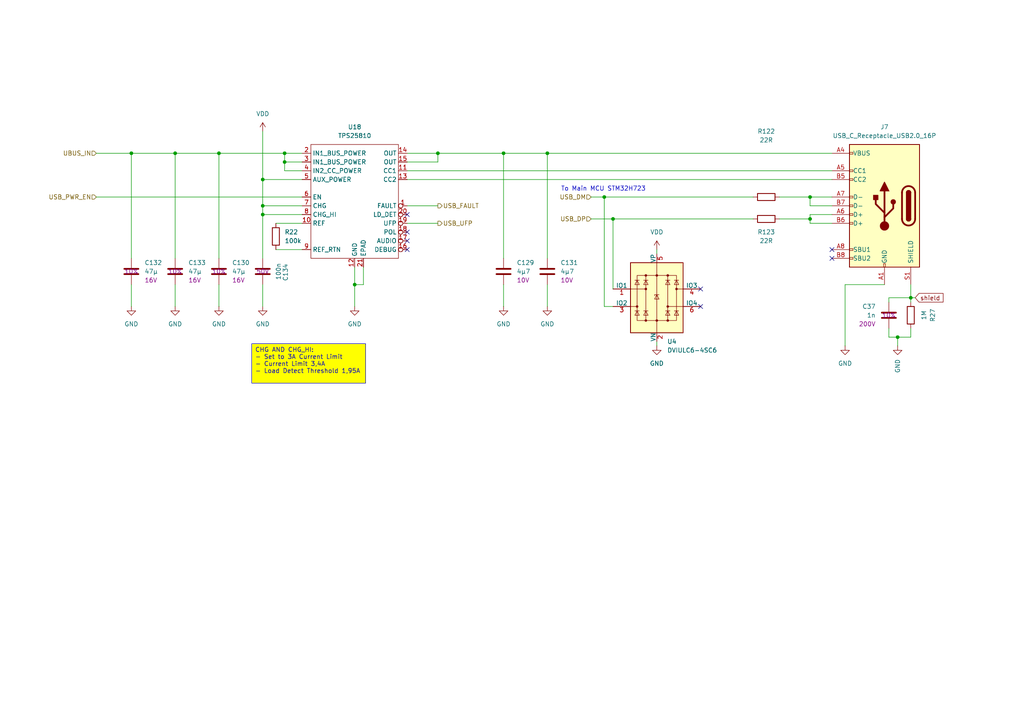
<source format=kicad_sch>
(kicad_sch
	(version 20231120)
	(generator "eeschema")
	(generator_version "8.0")
	(uuid "c7c6669f-3929-4f6e-a6d3-71ff9eaeb1f4")
	(paper "A4")
	(lib_symbols
		(symbol "Connector:USB_C_Receptacle_USB2.0_16P"
			(pin_names
				(offset 1.016)
			)
			(exclude_from_sim no)
			(in_bom yes)
			(on_board yes)
			(property "Reference" "J"
				(at 0 22.225 0)
				(effects
					(font
						(size 1.27 1.27)
					)
				)
			)
			(property "Value" "USB_C_Receptacle_USB2.0_16P"
				(at 0 19.685 0)
				(effects
					(font
						(size 1.27 1.27)
					)
				)
			)
			(property "Footprint" ""
				(at 3.81 0 0)
				(effects
					(font
						(size 1.27 1.27)
					)
					(hide yes)
				)
			)
			(property "Datasheet" "https://www.usb.org/sites/default/files/documents/usb_type-c.zip"
				(at 3.81 0 0)
				(effects
					(font
						(size 1.27 1.27)
					)
					(hide yes)
				)
			)
			(property "Description" "USB 2.0-only 16P Type-C Receptacle connector"
				(at 0 0 0)
				(effects
					(font
						(size 1.27 1.27)
					)
					(hide yes)
				)
			)
			(property "ki_keywords" "usb universal serial bus type-C USB2.0"
				(at 0 0 0)
				(effects
					(font
						(size 1.27 1.27)
					)
					(hide yes)
				)
			)
			(property "ki_fp_filters" "USB*C*Receptacle*"
				(at 0 0 0)
				(effects
					(font
						(size 1.27 1.27)
					)
					(hide yes)
				)
			)
			(symbol "USB_C_Receptacle_USB2.0_16P_0_0"
				(rectangle
					(start -0.254 -17.78)
					(end 0.254 -16.764)
					(stroke
						(width 0)
						(type default)
					)
					(fill
						(type none)
					)
				)
				(rectangle
					(start 10.16 -14.986)
					(end 9.144 -15.494)
					(stroke
						(width 0)
						(type default)
					)
					(fill
						(type none)
					)
				)
				(rectangle
					(start 10.16 -12.446)
					(end 9.144 -12.954)
					(stroke
						(width 0)
						(type default)
					)
					(fill
						(type none)
					)
				)
				(rectangle
					(start 10.16 -4.826)
					(end 9.144 -5.334)
					(stroke
						(width 0)
						(type default)
					)
					(fill
						(type none)
					)
				)
				(rectangle
					(start 10.16 -2.286)
					(end 9.144 -2.794)
					(stroke
						(width 0)
						(type default)
					)
					(fill
						(type none)
					)
				)
				(rectangle
					(start 10.16 0.254)
					(end 9.144 -0.254)
					(stroke
						(width 0)
						(type default)
					)
					(fill
						(type none)
					)
				)
				(rectangle
					(start 10.16 2.794)
					(end 9.144 2.286)
					(stroke
						(width 0)
						(type default)
					)
					(fill
						(type none)
					)
				)
				(rectangle
					(start 10.16 7.874)
					(end 9.144 7.366)
					(stroke
						(width 0)
						(type default)
					)
					(fill
						(type none)
					)
				)
				(rectangle
					(start 10.16 10.414)
					(end 9.144 9.906)
					(stroke
						(width 0)
						(type default)
					)
					(fill
						(type none)
					)
				)
				(rectangle
					(start 10.16 15.494)
					(end 9.144 14.986)
					(stroke
						(width 0)
						(type default)
					)
					(fill
						(type none)
					)
				)
			)
			(symbol "USB_C_Receptacle_USB2.0_16P_0_1"
				(rectangle
					(start -10.16 17.78)
					(end 10.16 -17.78)
					(stroke
						(width 0.254)
						(type default)
					)
					(fill
						(type background)
					)
				)
				(arc
					(start -8.89 -3.81)
					(mid -6.985 -5.7067)
					(end -5.08 -3.81)
					(stroke
						(width 0.508)
						(type default)
					)
					(fill
						(type none)
					)
				)
				(arc
					(start -7.62 -3.81)
					(mid -6.985 -4.4423)
					(end -6.35 -3.81)
					(stroke
						(width 0.254)
						(type default)
					)
					(fill
						(type none)
					)
				)
				(arc
					(start -7.62 -3.81)
					(mid -6.985 -4.4423)
					(end -6.35 -3.81)
					(stroke
						(width 0.254)
						(type default)
					)
					(fill
						(type outline)
					)
				)
				(rectangle
					(start -7.62 -3.81)
					(end -6.35 3.81)
					(stroke
						(width 0.254)
						(type default)
					)
					(fill
						(type outline)
					)
				)
				(arc
					(start -6.35 3.81)
					(mid -6.985 4.4423)
					(end -7.62 3.81)
					(stroke
						(width 0.254)
						(type default)
					)
					(fill
						(type none)
					)
				)
				(arc
					(start -6.35 3.81)
					(mid -6.985 4.4423)
					(end -7.62 3.81)
					(stroke
						(width 0.254)
						(type default)
					)
					(fill
						(type outline)
					)
				)
				(arc
					(start -5.08 3.81)
					(mid -6.985 5.7067)
					(end -8.89 3.81)
					(stroke
						(width 0.508)
						(type default)
					)
					(fill
						(type none)
					)
				)
				(circle
					(center -2.54 1.143)
					(radius 0.635)
					(stroke
						(width 0.254)
						(type default)
					)
					(fill
						(type outline)
					)
				)
				(circle
					(center 0 -5.842)
					(radius 1.27)
					(stroke
						(width 0)
						(type default)
					)
					(fill
						(type outline)
					)
				)
				(polyline
					(pts
						(xy -8.89 -3.81) (xy -8.89 3.81)
					)
					(stroke
						(width 0.508)
						(type default)
					)
					(fill
						(type none)
					)
				)
				(polyline
					(pts
						(xy -5.08 3.81) (xy -5.08 -3.81)
					)
					(stroke
						(width 0.508)
						(type default)
					)
					(fill
						(type none)
					)
				)
				(polyline
					(pts
						(xy 0 -5.842) (xy 0 4.318)
					)
					(stroke
						(width 0.508)
						(type default)
					)
					(fill
						(type none)
					)
				)
				(polyline
					(pts
						(xy 0 -3.302) (xy -2.54 -0.762) (xy -2.54 0.508)
					)
					(stroke
						(width 0.508)
						(type default)
					)
					(fill
						(type none)
					)
				)
				(polyline
					(pts
						(xy 0 -2.032) (xy 2.54 0.508) (xy 2.54 1.778)
					)
					(stroke
						(width 0.508)
						(type default)
					)
					(fill
						(type none)
					)
				)
				(polyline
					(pts
						(xy -1.27 4.318) (xy 0 6.858) (xy 1.27 4.318) (xy -1.27 4.318)
					)
					(stroke
						(width 0.254)
						(type default)
					)
					(fill
						(type outline)
					)
				)
				(rectangle
					(start 1.905 1.778)
					(end 3.175 3.048)
					(stroke
						(width 0.254)
						(type default)
					)
					(fill
						(type outline)
					)
				)
			)
			(symbol "USB_C_Receptacle_USB2.0_16P_1_1"
				(pin passive line
					(at 0 -22.86 90)
					(length 5.08)
					(name "GND"
						(effects
							(font
								(size 1.27 1.27)
							)
						)
					)
					(number "A1"
						(effects
							(font
								(size 1.27 1.27)
							)
						)
					)
				)
				(pin passive line
					(at 0 -22.86 90)
					(length 5.08) hide
					(name "GND"
						(effects
							(font
								(size 1.27 1.27)
							)
						)
					)
					(number "A12"
						(effects
							(font
								(size 1.27 1.27)
							)
						)
					)
				)
				(pin passive line
					(at 15.24 15.24 180)
					(length 5.08)
					(name "VBUS"
						(effects
							(font
								(size 1.27 1.27)
							)
						)
					)
					(number "A4"
						(effects
							(font
								(size 1.27 1.27)
							)
						)
					)
				)
				(pin bidirectional line
					(at 15.24 10.16 180)
					(length 5.08)
					(name "CC1"
						(effects
							(font
								(size 1.27 1.27)
							)
						)
					)
					(number "A5"
						(effects
							(font
								(size 1.27 1.27)
							)
						)
					)
				)
				(pin bidirectional line
					(at 15.24 -2.54 180)
					(length 5.08)
					(name "D+"
						(effects
							(font
								(size 1.27 1.27)
							)
						)
					)
					(number "A6"
						(effects
							(font
								(size 1.27 1.27)
							)
						)
					)
				)
				(pin bidirectional line
					(at 15.24 2.54 180)
					(length 5.08)
					(name "D-"
						(effects
							(font
								(size 1.27 1.27)
							)
						)
					)
					(number "A7"
						(effects
							(font
								(size 1.27 1.27)
							)
						)
					)
				)
				(pin bidirectional line
					(at 15.24 -12.7 180)
					(length 5.08)
					(name "SBU1"
						(effects
							(font
								(size 1.27 1.27)
							)
						)
					)
					(number "A8"
						(effects
							(font
								(size 1.27 1.27)
							)
						)
					)
				)
				(pin passive line
					(at 15.24 15.24 180)
					(length 5.08) hide
					(name "VBUS"
						(effects
							(font
								(size 1.27 1.27)
							)
						)
					)
					(number "A9"
						(effects
							(font
								(size 1.27 1.27)
							)
						)
					)
				)
				(pin passive line
					(at 0 -22.86 90)
					(length 5.08) hide
					(name "GND"
						(effects
							(font
								(size 1.27 1.27)
							)
						)
					)
					(number "B1"
						(effects
							(font
								(size 1.27 1.27)
							)
						)
					)
				)
				(pin passive line
					(at 0 -22.86 90)
					(length 5.08) hide
					(name "GND"
						(effects
							(font
								(size 1.27 1.27)
							)
						)
					)
					(number "B12"
						(effects
							(font
								(size 1.27 1.27)
							)
						)
					)
				)
				(pin passive line
					(at 15.24 15.24 180)
					(length 5.08) hide
					(name "VBUS"
						(effects
							(font
								(size 1.27 1.27)
							)
						)
					)
					(number "B4"
						(effects
							(font
								(size 1.27 1.27)
							)
						)
					)
				)
				(pin bidirectional line
					(at 15.24 7.62 180)
					(length 5.08)
					(name "CC2"
						(effects
							(font
								(size 1.27 1.27)
							)
						)
					)
					(number "B5"
						(effects
							(font
								(size 1.27 1.27)
							)
						)
					)
				)
				(pin bidirectional line
					(at 15.24 -5.08 180)
					(length 5.08)
					(name "D+"
						(effects
							(font
								(size 1.27 1.27)
							)
						)
					)
					(number "B6"
						(effects
							(font
								(size 1.27 1.27)
							)
						)
					)
				)
				(pin bidirectional line
					(at 15.24 0 180)
					(length 5.08)
					(name "D-"
						(effects
							(font
								(size 1.27 1.27)
							)
						)
					)
					(number "B7"
						(effects
							(font
								(size 1.27 1.27)
							)
						)
					)
				)
				(pin bidirectional line
					(at 15.24 -15.24 180)
					(length 5.08)
					(name "SBU2"
						(effects
							(font
								(size 1.27 1.27)
							)
						)
					)
					(number "B8"
						(effects
							(font
								(size 1.27 1.27)
							)
						)
					)
				)
				(pin passive line
					(at 15.24 15.24 180)
					(length 5.08) hide
					(name "VBUS"
						(effects
							(font
								(size 1.27 1.27)
							)
						)
					)
					(number "B9"
						(effects
							(font
								(size 1.27 1.27)
							)
						)
					)
				)
				(pin passive line
					(at -7.62 -22.86 90)
					(length 5.08)
					(name "SHIELD"
						(effects
							(font
								(size 1.27 1.27)
							)
						)
					)
					(number "S1"
						(effects
							(font
								(size 1.27 1.27)
							)
						)
					)
				)
			)
		)
		(symbol "Device:C"
			(pin_numbers hide)
			(pin_names
				(offset 0.254)
			)
			(exclude_from_sim no)
			(in_bom yes)
			(on_board yes)
			(property "Reference" "C"
				(at 0.635 2.54 0)
				(effects
					(font
						(size 1.27 1.27)
					)
					(justify left)
				)
			)
			(property "Value" "C"
				(at 0.635 -2.54 0)
				(effects
					(font
						(size 1.27 1.27)
					)
					(justify left)
				)
			)
			(property "Footprint" ""
				(at 0.9652 -3.81 0)
				(effects
					(font
						(size 1.27 1.27)
					)
					(hide yes)
				)
			)
			(property "Datasheet" "~"
				(at 0 0 0)
				(effects
					(font
						(size 1.27 1.27)
					)
					(hide yes)
				)
			)
			(property "Description" "Unpolarized capacitor"
				(at 0 0 0)
				(effects
					(font
						(size 1.27 1.27)
					)
					(hide yes)
				)
			)
			(property "ki_keywords" "cap capacitor"
				(at 0 0 0)
				(effects
					(font
						(size 1.27 1.27)
					)
					(hide yes)
				)
			)
			(property "ki_fp_filters" "C_*"
				(at 0 0 0)
				(effects
					(font
						(size 1.27 1.27)
					)
					(hide yes)
				)
			)
			(symbol "C_0_1"
				(polyline
					(pts
						(xy -2.032 -0.762) (xy 2.032 -0.762)
					)
					(stroke
						(width 0.508)
						(type default)
					)
					(fill
						(type none)
					)
				)
				(polyline
					(pts
						(xy -2.032 0.762) (xy 2.032 0.762)
					)
					(stroke
						(width 0.508)
						(type default)
					)
					(fill
						(type none)
					)
				)
			)
			(symbol "C_1_1"
				(pin passive line
					(at 0 3.81 270)
					(length 2.794)
					(name "~"
						(effects
							(font
								(size 1.27 1.27)
							)
						)
					)
					(number "1"
						(effects
							(font
								(size 1.27 1.27)
							)
						)
					)
				)
				(pin passive line
					(at 0 -3.81 90)
					(length 2.794)
					(name "~"
						(effects
							(font
								(size 1.27 1.27)
							)
						)
					)
					(number "2"
						(effects
							(font
								(size 1.27 1.27)
							)
						)
					)
				)
			)
		)
		(symbol "Device:R"
			(pin_numbers hide)
			(pin_names
				(offset 0)
			)
			(exclude_from_sim no)
			(in_bom yes)
			(on_board yes)
			(property "Reference" "R"
				(at 2.032 0 90)
				(effects
					(font
						(size 1.27 1.27)
					)
				)
			)
			(property "Value" "R"
				(at 0 0 90)
				(effects
					(font
						(size 1.27 1.27)
					)
				)
			)
			(property "Footprint" ""
				(at -1.778 0 90)
				(effects
					(font
						(size 1.27 1.27)
					)
					(hide yes)
				)
			)
			(property "Datasheet" "~"
				(at 0 0 0)
				(effects
					(font
						(size 1.27 1.27)
					)
					(hide yes)
				)
			)
			(property "Description" "Resistor"
				(at 0 0 0)
				(effects
					(font
						(size 1.27 1.27)
					)
					(hide yes)
				)
			)
			(property "ki_keywords" "R res resistor"
				(at 0 0 0)
				(effects
					(font
						(size 1.27 1.27)
					)
					(hide yes)
				)
			)
			(property "ki_fp_filters" "R_*"
				(at 0 0 0)
				(effects
					(font
						(size 1.27 1.27)
					)
					(hide yes)
				)
			)
			(symbol "R_0_1"
				(rectangle
					(start -1.016 -2.54)
					(end 1.016 2.54)
					(stroke
						(width 0.254)
						(type default)
					)
					(fill
						(type none)
					)
				)
			)
			(symbol "R_1_1"
				(pin passive line
					(at 0 3.81 270)
					(length 1.27)
					(name "~"
						(effects
							(font
								(size 1.27 1.27)
							)
						)
					)
					(number "1"
						(effects
							(font
								(size 1.27 1.27)
							)
						)
					)
				)
				(pin passive line
					(at 0 -3.81 90)
					(length 1.27)
					(name "~"
						(effects
							(font
								(size 1.27 1.27)
							)
						)
					)
					(number "2"
						(effects
							(font
								(size 1.27 1.27)
							)
						)
					)
				)
			)
		)
		(symbol "Power_Protection:SRV05-4"
			(pin_names
				(offset 0)
			)
			(exclude_from_sim no)
			(in_bom yes)
			(on_board yes)
			(property "Reference" "U"
				(at -5.08 11.43 0)
				(effects
					(font
						(size 1.27 1.27)
					)
					(justify right)
				)
			)
			(property "Value" "SRV05-4"
				(at 2.54 11.43 0)
				(effects
					(font
						(size 1.27 1.27)
					)
					(justify left)
				)
			)
			(property "Footprint" "Package_TO_SOT_SMD:SOT-23-6"
				(at 17.78 -11.43 0)
				(effects
					(font
						(size 1.27 1.27)
					)
					(hide yes)
				)
			)
			(property "Datasheet" "http://www.onsemi.com/pub/Collateral/SRV05-4-D.PDF"
				(at 0 0 0)
				(effects
					(font
						(size 1.27 1.27)
					)
					(hide yes)
				)
			)
			(property "Description" "ESD Protection Diodes with Low Clamping Voltage, SOT-23-6"
				(at 0 0 0)
				(effects
					(font
						(size 1.27 1.27)
					)
					(hide yes)
				)
			)
			(property "ki_keywords" "ESD protection diodes"
				(at 0 0 0)
				(effects
					(font
						(size 1.27 1.27)
					)
					(hide yes)
				)
			)
			(property "ki_fp_filters" "SOT?23*"
				(at 0 0 0)
				(effects
					(font
						(size 1.27 1.27)
					)
					(hide yes)
				)
			)
			(symbol "SRV05-4_0_0"
				(rectangle
					(start -5.715 6.477)
					(end 5.715 -6.604)
					(stroke
						(width 0)
						(type default)
					)
					(fill
						(type none)
					)
				)
				(polyline
					(pts
						(xy -3.175 -6.604) (xy -3.175 6.477)
					)
					(stroke
						(width 0)
						(type default)
					)
					(fill
						(type none)
					)
				)
				(polyline
					(pts
						(xy 3.175 6.477) (xy 3.175 -6.604)
					)
					(stroke
						(width 0)
						(type default)
					)
					(fill
						(type none)
					)
				)
			)
			(symbol "SRV05-4_0_1"
				(rectangle
					(start -7.62 10.16)
					(end 7.62 -10.16)
					(stroke
						(width 0.254)
						(type default)
					)
					(fill
						(type background)
					)
				)
				(circle
					(center -5.715 -2.54)
					(radius 0.2794)
					(stroke
						(width 0)
						(type default)
					)
					(fill
						(type outline)
					)
				)
				(circle
					(center -3.175 -6.604)
					(radius 0.2794)
					(stroke
						(width 0)
						(type default)
					)
					(fill
						(type outline)
					)
				)
				(circle
					(center -3.175 2.54)
					(radius 0.2794)
					(stroke
						(width 0)
						(type default)
					)
					(fill
						(type outline)
					)
				)
				(circle
					(center -3.175 6.477)
					(radius 0.2794)
					(stroke
						(width 0)
						(type default)
					)
					(fill
						(type outline)
					)
				)
				(circle
					(center 0 -6.604)
					(radius 0.2794)
					(stroke
						(width 0)
						(type default)
					)
					(fill
						(type outline)
					)
				)
				(polyline
					(pts
						(xy -7.747 2.54) (xy -3.175 2.54)
					)
					(stroke
						(width 0)
						(type default)
					)
					(fill
						(type none)
					)
				)
				(polyline
					(pts
						(xy -7.62 -2.54) (xy -5.715 -2.54)
					)
					(stroke
						(width 0)
						(type default)
					)
					(fill
						(type none)
					)
				)
				(polyline
					(pts
						(xy -5.08 -3.81) (xy -6.35 -3.81)
					)
					(stroke
						(width 0)
						(type default)
					)
					(fill
						(type none)
					)
				)
				(polyline
					(pts
						(xy -5.08 5.08) (xy -6.35 5.08)
					)
					(stroke
						(width 0)
						(type default)
					)
					(fill
						(type none)
					)
				)
				(polyline
					(pts
						(xy -2.54 -3.81) (xy -3.81 -3.81)
					)
					(stroke
						(width 0)
						(type default)
					)
					(fill
						(type none)
					)
				)
				(polyline
					(pts
						(xy -2.54 5.08) (xy -3.81 5.08)
					)
					(stroke
						(width 0)
						(type default)
					)
					(fill
						(type none)
					)
				)
				(polyline
					(pts
						(xy 0 10.16) (xy 0 -10.16)
					)
					(stroke
						(width 0)
						(type default)
					)
					(fill
						(type none)
					)
				)
				(polyline
					(pts
						(xy 3.81 -3.81) (xy 2.54 -3.81)
					)
					(stroke
						(width 0)
						(type default)
					)
					(fill
						(type none)
					)
				)
				(polyline
					(pts
						(xy 3.81 5.08) (xy 2.54 5.08)
					)
					(stroke
						(width 0)
						(type default)
					)
					(fill
						(type none)
					)
				)
				(polyline
					(pts
						(xy 6.35 -3.81) (xy 5.08 -3.81)
					)
					(stroke
						(width 0)
						(type default)
					)
					(fill
						(type none)
					)
				)
				(polyline
					(pts
						(xy 6.35 5.08) (xy 5.08 5.08)
					)
					(stroke
						(width 0)
						(type default)
					)
					(fill
						(type none)
					)
				)
				(polyline
					(pts
						(xy 7.62 -2.54) (xy 3.175 -2.54)
					)
					(stroke
						(width 0)
						(type default)
					)
					(fill
						(type none)
					)
				)
				(polyline
					(pts
						(xy 7.62 2.54) (xy 5.715 2.54)
					)
					(stroke
						(width 0)
						(type default)
					)
					(fill
						(type none)
					)
				)
				(polyline
					(pts
						(xy 0.635 0.889) (xy -0.635 0.889) (xy -0.635 0.635)
					)
					(stroke
						(width 0)
						(type default)
					)
					(fill
						(type none)
					)
				)
				(polyline
					(pts
						(xy -5.08 -5.08) (xy -6.35 -5.08) (xy -5.715 -3.81) (xy -5.08 -5.08)
					)
					(stroke
						(width 0)
						(type default)
					)
					(fill
						(type none)
					)
				)
				(polyline
					(pts
						(xy -5.08 3.81) (xy -6.35 3.81) (xy -5.715 5.08) (xy -5.08 3.81)
					)
					(stroke
						(width 0)
						(type default)
					)
					(fill
						(type none)
					)
				)
				(polyline
					(pts
						(xy -2.54 -5.08) (xy -3.81 -5.08) (xy -3.175 -3.81) (xy -2.54 -5.08)
					)
					(stroke
						(width 0)
						(type default)
					)
					(fill
						(type none)
					)
				)
				(polyline
					(pts
						(xy -2.54 3.81) (xy -3.81 3.81) (xy -3.175 5.08) (xy -2.54 3.81)
					)
					(stroke
						(width 0)
						(type default)
					)
					(fill
						(type none)
					)
				)
				(polyline
					(pts
						(xy 0.635 -0.381) (xy -0.635 -0.381) (xy 0 0.889) (xy 0.635 -0.381)
					)
					(stroke
						(width 0)
						(type default)
					)
					(fill
						(type none)
					)
				)
				(polyline
					(pts
						(xy 3.81 -5.08) (xy 2.54 -5.08) (xy 3.175 -3.81) (xy 3.81 -5.08)
					)
					(stroke
						(width 0)
						(type default)
					)
					(fill
						(type none)
					)
				)
				(polyline
					(pts
						(xy 3.81 3.81) (xy 2.54 3.81) (xy 3.175 5.08) (xy 3.81 3.81)
					)
					(stroke
						(width 0)
						(type default)
					)
					(fill
						(type none)
					)
				)
				(polyline
					(pts
						(xy 6.35 -5.08) (xy 5.08 -5.08) (xy 5.715 -3.81) (xy 6.35 -5.08)
					)
					(stroke
						(width 0)
						(type default)
					)
					(fill
						(type none)
					)
				)
				(polyline
					(pts
						(xy 6.35 3.81) (xy 5.08 3.81) (xy 5.715 5.08) (xy 6.35 3.81)
					)
					(stroke
						(width 0)
						(type default)
					)
					(fill
						(type none)
					)
				)
				(circle
					(center 0 6.477)
					(radius 0.2794)
					(stroke
						(width 0)
						(type default)
					)
					(fill
						(type outline)
					)
				)
				(circle
					(center 3.175 -6.604)
					(radius 0.2794)
					(stroke
						(width 0)
						(type default)
					)
					(fill
						(type outline)
					)
				)
				(circle
					(center 3.175 -2.54)
					(radius 0.2794)
					(stroke
						(width 0)
						(type default)
					)
					(fill
						(type outline)
					)
				)
				(circle
					(center 3.175 6.477)
					(radius 0.2794)
					(stroke
						(width 0)
						(type default)
					)
					(fill
						(type outline)
					)
				)
				(circle
					(center 5.715 2.54)
					(radius 0.2794)
					(stroke
						(width 0)
						(type default)
					)
					(fill
						(type outline)
					)
				)
			)
			(symbol "SRV05-4_1_1"
				(pin passive line
					(at -12.7 2.54 0)
					(length 5.08)
					(name "IO1"
						(effects
							(font
								(size 1.27 1.27)
							)
						)
					)
					(number "1"
						(effects
							(font
								(size 1.27 1.27)
							)
						)
					)
				)
				(pin passive line
					(at 0 -12.7 90)
					(length 2.54)
					(name "VN"
						(effects
							(font
								(size 1.27 1.27)
							)
						)
					)
					(number "2"
						(effects
							(font
								(size 1.27 1.27)
							)
						)
					)
				)
				(pin passive line
					(at -12.7 -2.54 0)
					(length 5.08)
					(name "IO2"
						(effects
							(font
								(size 1.27 1.27)
							)
						)
					)
					(number "3"
						(effects
							(font
								(size 1.27 1.27)
							)
						)
					)
				)
				(pin passive line
					(at 12.7 2.54 180)
					(length 5.08)
					(name "IO3"
						(effects
							(font
								(size 1.27 1.27)
							)
						)
					)
					(number "4"
						(effects
							(font
								(size 1.27 1.27)
							)
						)
					)
				)
				(pin passive line
					(at 0 12.7 270)
					(length 2.54)
					(name "VP"
						(effects
							(font
								(size 1.27 1.27)
							)
						)
					)
					(number "5"
						(effects
							(font
								(size 1.27 1.27)
							)
						)
					)
				)
				(pin passive line
					(at 12.7 -2.54 180)
					(length 5.08)
					(name "IO4"
						(effects
							(font
								(size 1.27 1.27)
							)
						)
					)
					(number "6"
						(effects
							(font
								(size 1.27 1.27)
							)
						)
					)
				)
			)
		)
		(symbol "myIC:TPS25810"
			(exclude_from_sim no)
			(in_bom yes)
			(on_board yes)
			(property "Reference" "U"
				(at 0 0 0)
				(effects
					(font
						(size 1.27 1.27)
					)
				)
			)
			(property "Value" ""
				(at 0 0 0)
				(effects
					(font
						(size 1.27 1.27)
					)
				)
			)
			(property "Footprint" "Package_DFN_QFN:WQFN-20-1EP_3x3mm_P0.4mm_EP1.7x1.7mm_ThermalVias"
				(at 0 0 0)
				(effects
					(font
						(size 1.27 1.27)
					)
					(hide yes)
				)
			)
			(property "Datasheet" ""
				(at 0 0 0)
				(effects
					(font
						(size 1.27 1.27)
					)
					(hide yes)
				)
			)
			(property "Description" ""
				(at 0 0 0)
				(effects
					(font
						(size 1.27 1.27)
					)
					(hide yes)
				)
			)
			(symbol "TPS25810_0_1"
				(rectangle
					(start -12.7 17.78)
					(end 12.7 -15.24)
					(stroke
						(width 0)
						(type default)
					)
					(fill
						(type none)
					)
				)
			)
			(symbol "TPS25810_1_1"
				(pin output inverted
					(at 15.24 0 180)
					(length 2.54)
					(name "FAULT"
						(effects
							(font
								(size 1.27 1.27)
							)
						)
					)
					(number "1"
						(effects
							(font
								(size 1.27 1.27)
							)
						)
					)
				)
				(pin input line
					(at -15.24 -5.08 0)
					(length 2.54)
					(name "REF"
						(effects
							(font
								(size 1.27 1.27)
							)
						)
					)
					(number "10"
						(effects
							(font
								(size 1.27 1.27)
							)
						)
					)
				)
				(pin output line
					(at 15.24 10.16 180)
					(length 2.54)
					(name "CC1"
						(effects
							(font
								(size 1.27 1.27)
							)
						)
					)
					(number "11"
						(effects
							(font
								(size 1.27 1.27)
							)
						)
					)
				)
				(pin power_in line
					(at 0 -17.78 90)
					(length 2.54)
					(name "GND"
						(effects
							(font
								(size 1.27 1.27)
							)
						)
					)
					(number "12"
						(effects
							(font
								(size 1.27 1.27)
							)
						)
					)
				)
				(pin output line
					(at 15.24 7.62 180)
					(length 2.54)
					(name "CC2"
						(effects
							(font
								(size 1.27 1.27)
							)
						)
					)
					(number "13"
						(effects
							(font
								(size 1.27 1.27)
							)
						)
					)
				)
				(pin output line
					(at 15.24 15.24 180)
					(length 2.54)
					(name "OUT"
						(effects
							(font
								(size 1.27 1.27)
							)
						)
					)
					(number "14"
						(effects
							(font
								(size 1.27 1.27)
							)
						)
					)
				)
				(pin output line
					(at 15.24 12.7 180)
					(length 2.54)
					(name "OUT"
						(effects
							(font
								(size 1.27 1.27)
							)
						)
					)
					(number "15"
						(effects
							(font
								(size 1.27 1.27)
							)
						)
					)
				)
				(pin output inverted
					(at 15.24 -12.7 180)
					(length 2.54)
					(name "DEBUG"
						(effects
							(font
								(size 1.27 1.27)
							)
						)
					)
					(number "16"
						(effects
							(font
								(size 1.27 1.27)
							)
						)
					)
				)
				(pin output inverted
					(at 15.24 -10.16 180)
					(length 2.54)
					(name "AUDIO"
						(effects
							(font
								(size 1.27 1.27)
							)
						)
					)
					(number "17"
						(effects
							(font
								(size 1.27 1.27)
							)
						)
					)
				)
				(pin output inverted
					(at 15.24 -7.62 180)
					(length 2.54)
					(name "POL"
						(effects
							(font
								(size 1.27 1.27)
							)
						)
					)
					(number "18"
						(effects
							(font
								(size 1.27 1.27)
							)
						)
					)
				)
				(pin output inverted
					(at 15.24 -5.08 180)
					(length 2.54)
					(name "UFP"
						(effects
							(font
								(size 1.27 1.27)
							)
						)
					)
					(number "19"
						(effects
							(font
								(size 1.27 1.27)
							)
						)
					)
				)
				(pin power_in line
					(at -15.24 15.24 0)
					(length 2.54)
					(name "IN1_BUS_POWER"
						(effects
							(font
								(size 1.27 1.27)
							)
						)
					)
					(number "2"
						(effects
							(font
								(size 1.27 1.27)
							)
						)
					)
				)
				(pin output inverted
					(at 15.24 -2.54 180)
					(length 2.54)
					(name "LD_DET"
						(effects
							(font
								(size 1.27 1.27)
							)
						)
					)
					(number "20"
						(effects
							(font
								(size 1.27 1.27)
							)
						)
					)
				)
				(pin power_in line
					(at 2.54 -17.78 90)
					(length 2.54)
					(name "EPAD"
						(effects
							(font
								(size 1.27 1.27)
							)
						)
					)
					(number "21"
						(effects
							(font
								(size 1.27 1.27)
							)
						)
					)
				)
				(pin power_in line
					(at -15.24 12.7 0)
					(length 2.54)
					(name "IN1_BUS_POWER"
						(effects
							(font
								(size 1.27 1.27)
							)
						)
					)
					(number "3"
						(effects
							(font
								(size 1.27 1.27)
							)
						)
					)
				)
				(pin power_in line
					(at -15.24 10.16 0)
					(length 2.54)
					(name "IN2_CC_POWER"
						(effects
							(font
								(size 1.27 1.27)
							)
						)
					)
					(number "4"
						(effects
							(font
								(size 1.27 1.27)
							)
						)
					)
				)
				(pin power_in line
					(at -15.24 7.62 0)
					(length 2.54)
					(name "AUX_POWER"
						(effects
							(font
								(size 1.27 1.27)
							)
						)
					)
					(number "5"
						(effects
							(font
								(size 1.27 1.27)
							)
						)
					)
				)
				(pin input line
					(at -15.24 2.54 0)
					(length 2.54)
					(name "EN"
						(effects
							(font
								(size 1.27 1.27)
							)
						)
					)
					(number "6"
						(effects
							(font
								(size 1.27 1.27)
							)
						)
					)
				)
				(pin input line
					(at -15.24 0 0)
					(length 2.54)
					(name "CHG"
						(effects
							(font
								(size 1.27 1.27)
							)
						)
					)
					(number "7"
						(effects
							(font
								(size 1.27 1.27)
							)
						)
					)
				)
				(pin input line
					(at -15.24 -2.54 0)
					(length 2.54)
					(name "CHG_HI"
						(effects
							(font
								(size 1.27 1.27)
							)
						)
					)
					(number "8"
						(effects
							(font
								(size 1.27 1.27)
							)
						)
					)
				)
				(pin input line
					(at -15.24 -12.7 0)
					(length 2.54)
					(name "REF_RTN"
						(effects
							(font
								(size 1.27 1.27)
							)
						)
					)
					(number "9"
						(effects
							(font
								(size 1.27 1.27)
							)
						)
					)
				)
			)
		)
		(symbol "power:GND"
			(power)
			(pin_numbers hide)
			(pin_names
				(offset 0) hide)
			(exclude_from_sim no)
			(in_bom yes)
			(on_board yes)
			(property "Reference" "#PWR"
				(at 0 -6.35 0)
				(effects
					(font
						(size 1.27 1.27)
					)
					(hide yes)
				)
			)
			(property "Value" "GND"
				(at 0 -3.81 0)
				(effects
					(font
						(size 1.27 1.27)
					)
				)
			)
			(property "Footprint" ""
				(at 0 0 0)
				(effects
					(font
						(size 1.27 1.27)
					)
					(hide yes)
				)
			)
			(property "Datasheet" ""
				(at 0 0 0)
				(effects
					(font
						(size 1.27 1.27)
					)
					(hide yes)
				)
			)
			(property "Description" "Power symbol creates a global label with name \"GND\" , ground"
				(at 0 0 0)
				(effects
					(font
						(size 1.27 1.27)
					)
					(hide yes)
				)
			)
			(property "ki_keywords" "global power"
				(at 0 0 0)
				(effects
					(font
						(size 1.27 1.27)
					)
					(hide yes)
				)
			)
			(symbol "GND_0_1"
				(polyline
					(pts
						(xy 0 0) (xy 0 -1.27) (xy 1.27 -1.27) (xy 0 -2.54) (xy -1.27 -1.27) (xy 0 -1.27)
					)
					(stroke
						(width 0)
						(type default)
					)
					(fill
						(type none)
					)
				)
			)
			(symbol "GND_1_1"
				(pin power_in line
					(at 0 0 270)
					(length 0)
					(name "~"
						(effects
							(font
								(size 1.27 1.27)
							)
						)
					)
					(number "1"
						(effects
							(font
								(size 1.27 1.27)
							)
						)
					)
				)
			)
		)
		(symbol "power:VDD"
			(power)
			(pin_numbers hide)
			(pin_names
				(offset 0) hide)
			(exclude_from_sim no)
			(in_bom yes)
			(on_board yes)
			(property "Reference" "#PWR"
				(at 0 -3.81 0)
				(effects
					(font
						(size 1.27 1.27)
					)
					(hide yes)
				)
			)
			(property "Value" "VDD"
				(at 0 3.556 0)
				(effects
					(font
						(size 1.27 1.27)
					)
				)
			)
			(property "Footprint" ""
				(at 0 0 0)
				(effects
					(font
						(size 1.27 1.27)
					)
					(hide yes)
				)
			)
			(property "Datasheet" ""
				(at 0 0 0)
				(effects
					(font
						(size 1.27 1.27)
					)
					(hide yes)
				)
			)
			(property "Description" "Power symbol creates a global label with name \"VDD\""
				(at 0 0 0)
				(effects
					(font
						(size 1.27 1.27)
					)
					(hide yes)
				)
			)
			(property "ki_keywords" "global power"
				(at 0 0 0)
				(effects
					(font
						(size 1.27 1.27)
					)
					(hide yes)
				)
			)
			(symbol "VDD_0_1"
				(polyline
					(pts
						(xy -0.762 1.27) (xy 0 2.54)
					)
					(stroke
						(width 0)
						(type default)
					)
					(fill
						(type none)
					)
				)
				(polyline
					(pts
						(xy 0 0) (xy 0 2.54)
					)
					(stroke
						(width 0)
						(type default)
					)
					(fill
						(type none)
					)
				)
				(polyline
					(pts
						(xy 0 2.54) (xy 0.762 1.27)
					)
					(stroke
						(width 0)
						(type default)
					)
					(fill
						(type none)
					)
				)
			)
			(symbol "VDD_1_1"
				(pin power_in line
					(at 0 0 90)
					(length 0)
					(name "~"
						(effects
							(font
								(size 1.27 1.27)
							)
						)
					)
					(number "1"
						(effects
							(font
								(size 1.27 1.27)
							)
						)
					)
				)
			)
		)
	)
	(junction
		(at 76.2 59.69)
		(diameter 0)
		(color 0 0 0 0)
		(uuid "1ebfd9a3-3038-4352-9ab1-d0e8db35327a")
	)
	(junction
		(at 127 44.45)
		(diameter 0)
		(color 0 0 0 0)
		(uuid "22cc4ade-01d3-4b7d-b9b3-021592184d4d")
	)
	(junction
		(at 82.55 46.99)
		(diameter 0)
		(color 0 0 0 0)
		(uuid "2ba04df5-7cd4-4b4a-81a2-5f2b8f1fdcf7")
	)
	(junction
		(at 260.35 97.79)
		(diameter 0)
		(color 0 0 0 0)
		(uuid "5944b14e-c7d0-4b94-aaa8-710f284a6164")
	)
	(junction
		(at 76.2 52.07)
		(diameter 0)
		(color 0 0 0 0)
		(uuid "6308b863-0e5e-4009-84b0-ec5fe491bdcc")
	)
	(junction
		(at 158.75 44.45)
		(diameter 0)
		(color 0 0 0 0)
		(uuid "677434c9-3d87-4514-9564-cf864ea081b6")
	)
	(junction
		(at 82.55 44.45)
		(diameter 0)
		(color 0 0 0 0)
		(uuid "7b25d024-ec0b-447b-a950-2eb67d9426f5")
	)
	(junction
		(at 63.5 44.45)
		(diameter 0)
		(color 0 0 0 0)
		(uuid "88d3bdcc-f3b9-4c8b-abba-657c20993315")
	)
	(junction
		(at 264.16 86.36)
		(diameter 0)
		(color 0 0 0 0)
		(uuid "9751a9ce-60b5-4968-820c-70d5445c8984")
	)
	(junction
		(at 234.95 63.5)
		(diameter 0)
		(color 0 0 0 0)
		(uuid "9b7280e1-1db2-4b41-94ae-a8331101fbc3")
	)
	(junction
		(at 38.1 44.45)
		(diameter 0)
		(color 0 0 0 0)
		(uuid "9c044391-a442-4fd4-8b42-bfa67e8f57e9")
	)
	(junction
		(at 177.8 63.5)
		(diameter 0)
		(color 0 0 0 0)
		(uuid "a3618ff3-d93f-4b96-a651-f6b9cb28ad2f")
	)
	(junction
		(at 102.87 82.55)
		(diameter 0)
		(color 0 0 0 0)
		(uuid "c9fc08f2-a22d-4510-8c81-fb408145a30b")
	)
	(junction
		(at 234.95 57.15)
		(diameter 0)
		(color 0 0 0 0)
		(uuid "d8759ed9-ebc0-40ba-814c-8ac3bb3b1a46")
	)
	(junction
		(at 175.26 57.15)
		(diameter 0)
		(color 0 0 0 0)
		(uuid "ef337dbe-66ee-4584-a6f6-0fedd061e91e")
	)
	(junction
		(at 50.8 44.45)
		(diameter 0)
		(color 0 0 0 0)
		(uuid "f7f9fe8a-6e5f-4730-b66f-2920581eb379")
	)
	(junction
		(at 76.2 62.23)
		(diameter 0)
		(color 0 0 0 0)
		(uuid "fc91212f-8114-4035-b3bf-4e7b19cf2c35")
	)
	(junction
		(at 146.05 44.45)
		(diameter 0)
		(color 0 0 0 0)
		(uuid "fe83655d-d9df-497a-abf8-51731ca7afb3")
	)
	(no_connect
		(at 241.3 72.39)
		(uuid "1171152c-337f-47a8-80a7-a3179ddc5812")
	)
	(no_connect
		(at 241.3 74.93)
		(uuid "16e1c4ae-5e5b-487f-b5ab-2d9ad9e10dce")
	)
	(no_connect
		(at 118.11 69.85)
		(uuid "281f642e-e4bc-46af-b94b-d74e42b8b106")
	)
	(no_connect
		(at 118.11 62.23)
		(uuid "46f62f4c-3f95-434d-bda6-109287118bed")
	)
	(no_connect
		(at 118.11 72.39)
		(uuid "4818dde0-a660-4124-bce4-286f0ef6866b")
	)
	(no_connect
		(at 203.2 83.82)
		(uuid "9800697d-fa2c-420f-b78c-8cc71ee796c8")
	)
	(no_connect
		(at 203.2 88.9)
		(uuid "be636e0a-8b5a-40e9-8481-33e3b8b9be78")
	)
	(no_connect
		(at 118.11 67.31)
		(uuid "c1c59cf4-bbef-4323-a738-e79d59bfc33f")
	)
	(wire
		(pts
			(xy 190.5 99.06) (xy 190.5 100.33)
		)
		(stroke
			(width 0)
			(type default)
		)
		(uuid "0501a8f1-1e50-41e8-ad7e-c406bbe05a56")
	)
	(wire
		(pts
			(xy 257.81 95.25) (xy 257.81 97.79)
		)
		(stroke
			(width 0)
			(type default)
		)
		(uuid "08642f7c-d14f-4200-99c2-a8eb3cccf01a")
	)
	(wire
		(pts
			(xy 245.11 100.33) (xy 245.11 82.55)
		)
		(stroke
			(width 0)
			(type default)
		)
		(uuid "0a3446ee-d749-4b9f-b4c9-f0e292a86383")
	)
	(wire
		(pts
			(xy 82.55 44.45) (xy 87.63 44.45)
		)
		(stroke
			(width 0)
			(type default)
		)
		(uuid "0c9380db-6ba6-43e6-948f-dfab98fce119")
	)
	(wire
		(pts
			(xy 87.63 46.99) (xy 82.55 46.99)
		)
		(stroke
			(width 0)
			(type default)
		)
		(uuid "13e1d6f4-3545-4bdf-9bd7-782b5257954a")
	)
	(wire
		(pts
			(xy 118.11 46.99) (xy 127 46.99)
		)
		(stroke
			(width 0)
			(type default)
		)
		(uuid "18904b4a-7368-41e7-a1d9-dde414ad3cf2")
	)
	(wire
		(pts
			(xy 257.81 86.36) (xy 264.16 86.36)
		)
		(stroke
			(width 0)
			(type default)
		)
		(uuid "18f12bb6-f294-463f-bd8b-a86251a46eda")
	)
	(wire
		(pts
			(xy 76.2 62.23) (xy 76.2 59.69)
		)
		(stroke
			(width 0)
			(type default)
		)
		(uuid "1b293653-7a43-4f5c-8b90-0cf9c56b7c64")
	)
	(wire
		(pts
			(xy 171.45 57.15) (xy 175.26 57.15)
		)
		(stroke
			(width 0)
			(type default)
		)
		(uuid "1cd4fadb-4582-4388-ae2c-e042bc61d344")
	)
	(wire
		(pts
			(xy 146.05 44.45) (xy 158.75 44.45)
		)
		(stroke
			(width 0)
			(type default)
		)
		(uuid "1f50827b-1283-47cb-a4ee-9a276a9856a4")
	)
	(wire
		(pts
			(xy 102.87 77.47) (xy 102.87 82.55)
		)
		(stroke
			(width 0)
			(type default)
		)
		(uuid "20f9d037-d335-4702-8ed2-28eb44da21d8")
	)
	(wire
		(pts
			(xy 175.26 57.15) (xy 218.44 57.15)
		)
		(stroke
			(width 0)
			(type default)
		)
		(uuid "265cc3aa-5380-4197-bacc-a925ee3001be")
	)
	(wire
		(pts
			(xy 102.87 82.55) (xy 102.87 88.9)
		)
		(stroke
			(width 0)
			(type default)
		)
		(uuid "26d2ca77-da48-4f8e-ad6f-e85974f96c45")
	)
	(wire
		(pts
			(xy 63.5 44.45) (xy 63.5 74.93)
		)
		(stroke
			(width 0)
			(type default)
		)
		(uuid "28036f33-e433-496b-a00f-50222cc59c3d")
	)
	(wire
		(pts
			(xy 264.16 97.79) (xy 260.35 97.79)
		)
		(stroke
			(width 0)
			(type default)
		)
		(uuid "2abf3783-54b4-4ca2-b5de-79cb4520dad7")
	)
	(wire
		(pts
			(xy 264.16 87.63) (xy 264.16 86.36)
		)
		(stroke
			(width 0)
			(type default)
		)
		(uuid "3360dfea-6fc6-4200-bd03-214b00487f7a")
	)
	(wire
		(pts
			(xy 118.11 52.07) (xy 241.3 52.07)
		)
		(stroke
			(width 0)
			(type default)
		)
		(uuid "345058e8-bb38-4445-b579-2175c275546e")
	)
	(wire
		(pts
			(xy 63.5 82.55) (xy 63.5 88.9)
		)
		(stroke
			(width 0)
			(type default)
		)
		(uuid "346c96d2-5429-4e8b-a660-45493ceeb630")
	)
	(wire
		(pts
			(xy 190.5 72.39) (xy 190.5 73.66)
		)
		(stroke
			(width 0)
			(type default)
		)
		(uuid "3624ac1b-8b09-431f-bf4e-f4105eb4b79e")
	)
	(wire
		(pts
			(xy 76.2 52.07) (xy 87.63 52.07)
		)
		(stroke
			(width 0)
			(type default)
		)
		(uuid "376db275-ba63-40ea-a84a-a81896c88bba")
	)
	(wire
		(pts
			(xy 257.81 87.63) (xy 257.81 86.36)
		)
		(stroke
			(width 0)
			(type default)
		)
		(uuid "3f371102-e968-48c9-81a2-01a488f6a1a5")
	)
	(wire
		(pts
			(xy 234.95 63.5) (xy 234.95 62.23)
		)
		(stroke
			(width 0)
			(type default)
		)
		(uuid "3ffe2b84-2000-440d-84b5-fd3c7d3b933f")
	)
	(wire
		(pts
			(xy 76.2 59.69) (xy 76.2 52.07)
		)
		(stroke
			(width 0)
			(type default)
		)
		(uuid "49a42c92-5af6-4a04-af95-54c974efa457")
	)
	(wire
		(pts
			(xy 177.8 63.5) (xy 218.44 63.5)
		)
		(stroke
			(width 0)
			(type default)
		)
		(uuid "4e8392d6-7b64-4bef-b29e-fd5550105f1b")
	)
	(wire
		(pts
			(xy 226.06 63.5) (xy 234.95 63.5)
		)
		(stroke
			(width 0)
			(type default)
		)
		(uuid "50b9f415-6eb1-493d-ba5d-40291543ebd5")
	)
	(wire
		(pts
			(xy 158.75 44.45) (xy 241.3 44.45)
		)
		(stroke
			(width 0)
			(type default)
		)
		(uuid "5cce9a7a-b160-4607-970f-329103ddfc17")
	)
	(wire
		(pts
			(xy 175.26 88.9) (xy 175.26 57.15)
		)
		(stroke
			(width 0)
			(type default)
		)
		(uuid "5dba7a22-dd29-475a-a891-25a0e6728df2")
	)
	(wire
		(pts
			(xy 264.16 86.36) (xy 265.43 86.36)
		)
		(stroke
			(width 0)
			(type default)
		)
		(uuid "5f5899b9-51dc-48b0-b11f-bd0fe2aaac41")
	)
	(wire
		(pts
			(xy 264.16 82.55) (xy 264.16 86.36)
		)
		(stroke
			(width 0)
			(type default)
		)
		(uuid "5fb93bf7-8921-4d7d-b13a-79a04cd51096")
	)
	(wire
		(pts
			(xy 234.95 59.69) (xy 241.3 59.69)
		)
		(stroke
			(width 0)
			(type default)
		)
		(uuid "602ade37-1c70-464b-abb3-4f4303e94b86")
	)
	(wire
		(pts
			(xy 158.75 44.45) (xy 158.75 74.93)
		)
		(stroke
			(width 0)
			(type default)
		)
		(uuid "62212d37-88ca-4f85-a5e2-6c11d0fb22ce")
	)
	(wire
		(pts
			(xy 27.94 57.15) (xy 87.63 57.15)
		)
		(stroke
			(width 0)
			(type default)
		)
		(uuid "64edf106-a6bc-4cdc-8277-07dcd471e797")
	)
	(wire
		(pts
			(xy 146.05 44.45) (xy 146.05 74.93)
		)
		(stroke
			(width 0)
			(type default)
		)
		(uuid "666003e2-f90c-4e7d-9d7d-9a086bf44640")
	)
	(wire
		(pts
			(xy 87.63 49.53) (xy 82.55 49.53)
		)
		(stroke
			(width 0)
			(type default)
		)
		(uuid "6e7beee3-f49b-4a4e-bc0e-00a855591c95")
	)
	(wire
		(pts
			(xy 82.55 44.45) (xy 82.55 46.99)
		)
		(stroke
			(width 0)
			(type default)
		)
		(uuid "6edf0e3f-a809-4ef9-bbe5-fe2009c30215")
	)
	(wire
		(pts
			(xy 260.35 97.79) (xy 257.81 97.79)
		)
		(stroke
			(width 0)
			(type default)
		)
		(uuid "76eed52a-7661-4291-977a-dbdc42502fe1")
	)
	(wire
		(pts
			(xy 80.01 64.77) (xy 87.63 64.77)
		)
		(stroke
			(width 0)
			(type default)
		)
		(uuid "7971845b-170c-4784-8e07-28deecfc38ae")
	)
	(wire
		(pts
			(xy 38.1 44.45) (xy 38.1 74.93)
		)
		(stroke
			(width 0)
			(type default)
		)
		(uuid "7af0ae1c-9d90-4a71-b514-b934675316ad")
	)
	(wire
		(pts
			(xy 234.95 64.77) (xy 234.95 63.5)
		)
		(stroke
			(width 0)
			(type default)
		)
		(uuid "8334ce07-f385-4673-a572-d33c8a9a1cb2")
	)
	(wire
		(pts
			(xy 87.63 62.23) (xy 76.2 62.23)
		)
		(stroke
			(width 0)
			(type default)
		)
		(uuid "8680bb89-a5ce-41a6-9e15-0acbc5b06c7c")
	)
	(wire
		(pts
			(xy 234.95 59.69) (xy 234.95 57.15)
		)
		(stroke
			(width 0)
			(type default)
		)
		(uuid "869b195f-23e9-40d4-abf9-1f07250acf2c")
	)
	(wire
		(pts
			(xy 118.11 49.53) (xy 241.3 49.53)
		)
		(stroke
			(width 0)
			(type default)
		)
		(uuid "87c7c066-26b6-447c-b989-b94d43a0083e")
	)
	(wire
		(pts
			(xy 105.41 82.55) (xy 102.87 82.55)
		)
		(stroke
			(width 0)
			(type default)
		)
		(uuid "8b6b6d9e-7856-4305-af15-519beecb4cb3")
	)
	(wire
		(pts
			(xy 38.1 82.55) (xy 38.1 88.9)
		)
		(stroke
			(width 0)
			(type default)
		)
		(uuid "8d3979d9-40f9-4721-a807-587a119a2ffd")
	)
	(wire
		(pts
			(xy 146.05 82.55) (xy 146.05 88.9)
		)
		(stroke
			(width 0)
			(type default)
		)
		(uuid "8fd69035-5e40-4e88-bae6-ce53381f679b")
	)
	(wire
		(pts
			(xy 226.06 57.15) (xy 234.95 57.15)
		)
		(stroke
			(width 0)
			(type default)
		)
		(uuid "91a2df24-724b-4ec8-9f9d-711e94a418f1")
	)
	(wire
		(pts
			(xy 76.2 82.55) (xy 76.2 88.9)
		)
		(stroke
			(width 0)
			(type default)
		)
		(uuid "944a3e09-fe65-4216-a75e-df3f9f44e6ac")
	)
	(wire
		(pts
			(xy 38.1 44.45) (xy 50.8 44.45)
		)
		(stroke
			(width 0)
			(type default)
		)
		(uuid "9d6e24b5-c3f4-4b5c-a5f1-e663abb6d487")
	)
	(wire
		(pts
			(xy 234.95 62.23) (xy 241.3 62.23)
		)
		(stroke
			(width 0)
			(type default)
		)
		(uuid "9fcf5ebf-20bf-49a9-b406-3ed81515fa8d")
	)
	(wire
		(pts
			(xy 118.11 59.69) (xy 127 59.69)
		)
		(stroke
			(width 0)
			(type default)
		)
		(uuid "a65231ff-9b7a-4279-bb20-cc309543c908")
	)
	(wire
		(pts
			(xy 264.16 95.25) (xy 264.16 97.79)
		)
		(stroke
			(width 0)
			(type default)
		)
		(uuid "a6d4826f-a7ff-4aa3-88c1-50972163d735")
	)
	(wire
		(pts
			(xy 50.8 44.45) (xy 63.5 44.45)
		)
		(stroke
			(width 0)
			(type default)
		)
		(uuid "b193b4ae-352c-4e44-ac10-ec708d2c9319")
	)
	(wire
		(pts
			(xy 245.11 82.55) (xy 256.54 82.55)
		)
		(stroke
			(width 0)
			(type default)
		)
		(uuid "b1ef67f2-e972-430a-80ae-655477f0b6b7")
	)
	(wire
		(pts
			(xy 118.11 44.45) (xy 127 44.45)
		)
		(stroke
			(width 0)
			(type default)
		)
		(uuid "b2d58bd5-0d42-4d7b-ad56-f1e67b48f6f2")
	)
	(wire
		(pts
			(xy 76.2 38.1) (xy 76.2 52.07)
		)
		(stroke
			(width 0)
			(type default)
		)
		(uuid "bd9a03a8-5f40-423a-8d3c-f039fd442f2d")
	)
	(wire
		(pts
			(xy 105.41 77.47) (xy 105.41 82.55)
		)
		(stroke
			(width 0)
			(type default)
		)
		(uuid "be60e0f3-5330-4896-92f4-0e3e9fb4a48e")
	)
	(wire
		(pts
			(xy 87.63 59.69) (xy 76.2 59.69)
		)
		(stroke
			(width 0)
			(type default)
		)
		(uuid "c1ffda50-01e7-4603-a3e7-7de8bc4b114e")
	)
	(wire
		(pts
			(xy 80.01 72.39) (xy 87.63 72.39)
		)
		(stroke
			(width 0)
			(type default)
		)
		(uuid "c343f9bc-605c-4a5a-80b4-9bd91a3b5b1a")
	)
	(wire
		(pts
			(xy 76.2 62.23) (xy 76.2 74.93)
		)
		(stroke
			(width 0)
			(type default)
		)
		(uuid "c67746ab-3b63-4494-9021-a78ef0a77183")
	)
	(wire
		(pts
			(xy 171.45 63.5) (xy 177.8 63.5)
		)
		(stroke
			(width 0)
			(type default)
		)
		(uuid "c6c910be-b684-44b6-9d87-2046c095e11d")
	)
	(wire
		(pts
			(xy 177.8 88.9) (xy 175.26 88.9)
		)
		(stroke
			(width 0)
			(type default)
		)
		(uuid "c9175013-08e5-4985-ba12-4552d9174282")
	)
	(wire
		(pts
			(xy 127 44.45) (xy 146.05 44.45)
		)
		(stroke
			(width 0)
			(type default)
		)
		(uuid "ca42bb8a-b998-4cfd-b186-a9dca71503fa")
	)
	(wire
		(pts
			(xy 63.5 44.45) (xy 82.55 44.45)
		)
		(stroke
			(width 0)
			(type default)
		)
		(uuid "cb3b4220-9ce1-42f8-92a3-7ff6eafc2b88")
	)
	(wire
		(pts
			(xy 82.55 49.53) (xy 82.55 46.99)
		)
		(stroke
			(width 0)
			(type default)
		)
		(uuid "cf11733a-941f-41b6-9bd6-26baf5ef09a3")
	)
	(wire
		(pts
			(xy 234.95 57.15) (xy 241.3 57.15)
		)
		(stroke
			(width 0)
			(type default)
		)
		(uuid "d3f9cc52-fe30-4a1c-b335-5c15cbda452e")
	)
	(wire
		(pts
			(xy 118.11 64.77) (xy 127 64.77)
		)
		(stroke
			(width 0)
			(type default)
		)
		(uuid "d78c8a32-1362-4869-9011-c5e8585e495d")
	)
	(wire
		(pts
			(xy 177.8 63.5) (xy 177.8 83.82)
		)
		(stroke
			(width 0)
			(type default)
		)
		(uuid "d859190d-a999-4702-9c9d-5144f6975013")
	)
	(wire
		(pts
			(xy 158.75 82.55) (xy 158.75 88.9)
		)
		(stroke
			(width 0)
			(type default)
		)
		(uuid "da7aaa6d-822c-44e2-b571-a2c0f2581e38")
	)
	(wire
		(pts
			(xy 127 46.99) (xy 127 44.45)
		)
		(stroke
			(width 0)
			(type default)
		)
		(uuid "dad60cb4-4682-4d49-92c7-541668fa2c50")
	)
	(wire
		(pts
			(xy 27.94 44.45) (xy 38.1 44.45)
		)
		(stroke
			(width 0)
			(type default)
		)
		(uuid "e130f551-695d-43e4-b551-caccfae57c20")
	)
	(wire
		(pts
			(xy 50.8 82.55) (xy 50.8 88.9)
		)
		(stroke
			(width 0)
			(type default)
		)
		(uuid "e5383809-7ebb-4d99-af8b-e5bcbec537b3")
	)
	(wire
		(pts
			(xy 234.95 64.77) (xy 241.3 64.77)
		)
		(stroke
			(width 0)
			(type default)
		)
		(uuid "ea3abb4c-7deb-425c-9e92-c92899a8ba08")
	)
	(wire
		(pts
			(xy 260.35 97.79) (xy 260.35 100.33)
		)
		(stroke
			(width 0)
			(type default)
		)
		(uuid "ed964796-9da2-4e44-959a-0a8d6ec40153")
	)
	(wire
		(pts
			(xy 50.8 44.45) (xy 50.8 74.93)
		)
		(stroke
			(width 0)
			(type default)
		)
		(uuid "eee2a198-ad28-4d90-898c-6d9676ebf37e")
	)
	(text_box "CHG AND CHG_HI:\n- Set to 3A Current Limit\n- Current Limit 3,4A \n- Load Detect Threshold 1,95A"
		(exclude_from_sim no)
		(at 73.025 99.695 0)
		(size 33.02 11.43)
		(stroke
			(width 0)
			(type default)
		)
		(fill
			(type color)
			(color 255 255 0 1)
		)
		(effects
			(font
				(size 1.27 1.27)
			)
			(justify left top)
		)
		(uuid "4487b4b5-a8ff-431a-a9c9-a15c39753247")
	)
	(text "To Main MCU STM32H723"
		(exclude_from_sim no)
		(at 175.006 54.864 0)
		(effects
			(font
				(size 1.27 1.27)
			)
		)
		(uuid "f6e6cae6-7893-48bb-82f8-58aefde47a42")
	)
	(global_label "shield"
		(shape input)
		(at 265.43 86.36 0)
		(fields_autoplaced yes)
		(effects
			(font
				(size 1.27 1.27)
			)
			(justify left)
		)
		(uuid "1f30e7aa-8a97-4a4e-a3d8-2a5493e88202")
		(property "Intersheetrefs" "${INTERSHEET_REFS}"
			(at 274.0999 86.36 0)
			(effects
				(font
					(size 1.27 1.27)
				)
				(justify left)
				(hide yes)
			)
		)
	)
	(hierarchical_label "USB_UFP"
		(shape output)
		(at 127 64.77 0)
		(fields_autoplaced yes)
		(effects
			(font
				(size 1.27 1.27)
			)
			(justify left)
		)
		(uuid "2fd20834-e0b5-4d12-aa24-981a829935ef")
	)
	(hierarchical_label "USB_DP"
		(shape input)
		(at 171.45 63.5 180)
		(fields_autoplaced yes)
		(effects
			(font
				(size 1.27 1.27)
			)
			(justify right)
		)
		(uuid "328a8cc3-7ce9-4b8a-8757-5d77755d205c")
	)
	(hierarchical_label "UBUS_IN"
		(shape input)
		(at 27.94 44.45 180)
		(fields_autoplaced yes)
		(effects
			(font
				(size 1.27 1.27)
			)
			(justify right)
		)
		(uuid "942623bd-fc7b-4334-b6de-deb31edba968")
	)
	(hierarchical_label "USB_PWR_EN"
		(shape input)
		(at 27.94 57.15 180)
		(fields_autoplaced yes)
		(effects
			(font
				(size 1.27 1.27)
			)
			(justify right)
		)
		(uuid "b0bea056-89b0-498a-a40a-4d2ed5ab85c8")
	)
	(hierarchical_label "USB_DM"
		(shape input)
		(at 171.45 57.15 180)
		(fields_autoplaced yes)
		(effects
			(font
				(size 1.27 1.27)
			)
			(justify right)
		)
		(uuid "f51b6a86-ab6f-449b-a7aa-d34fcc79396d")
	)
	(hierarchical_label "USB_FAULT"
		(shape output)
		(at 127 59.69 0)
		(fields_autoplaced yes)
		(effects
			(font
				(size 1.27 1.27)
			)
			(justify left)
		)
		(uuid "fdfbf793-6c3b-45a3-ba86-edeb493b549d")
	)
	(symbol
		(lib_id "power:VDD")
		(at 190.5 72.39 0)
		(unit 1)
		(exclude_from_sim no)
		(in_bom yes)
		(on_board yes)
		(dnp no)
		(fields_autoplaced yes)
		(uuid "02b0b2b8-ab28-419c-a8d1-23ef85bd20b7")
		(property "Reference" "#PWR064"
			(at 190.5 76.2 0)
			(effects
				(font
					(size 1.27 1.27)
				)
				(hide yes)
			)
		)
		(property "Value" "VDD"
			(at 190.5 67.31 0)
			(effects
				(font
					(size 1.27 1.27)
				)
			)
		)
		(property "Footprint" ""
			(at 190.5 72.39 0)
			(effects
				(font
					(size 1.27 1.27)
				)
				(hide yes)
			)
		)
		(property "Datasheet" ""
			(at 190.5 72.39 0)
			(effects
				(font
					(size 1.27 1.27)
				)
				(hide yes)
			)
		)
		(property "Description" "Power symbol creates a global label with name \"VDD\""
			(at 190.5 72.39 0)
			(effects
				(font
					(size 1.27 1.27)
				)
				(hide yes)
			)
		)
		(pin "1"
			(uuid "8d266002-6991-4854-92a7-867c2ace4ef1")
		)
		(instances
			(project "controll_board"
				(path "/c727c9ac-c904-48c5-97eb-b572033b6df0/a4a61a96-107d-4e30-9996-a4f12a6b2a33"
					(reference "#PWR064")
					(unit 1)
				)
			)
		)
	)
	(symbol
		(lib_id "myIC:TPS25810")
		(at 102.87 59.69 0)
		(unit 1)
		(exclude_from_sim no)
		(in_bom yes)
		(on_board yes)
		(dnp no)
		(fields_autoplaced yes)
		(uuid "06bd5338-211e-4383-98db-da7f8b0f3da0")
		(property "Reference" "U18"
			(at 102.87 36.83 0)
			(effects
				(font
					(size 1.27 1.27)
				)
			)
		)
		(property "Value" "TPS25810"
			(at 102.87 39.37 0)
			(effects
				(font
					(size 1.27 1.27)
				)
			)
		)
		(property "Footprint" "Package_DFN_QFN:WQFN-20-1EP_3x3mm_P0.4mm_EP1.7x1.7mm_ThermalVias"
			(at 102.87 59.69 0)
			(effects
				(font
					(size 1.27 1.27)
				)
				(hide yes)
			)
		)
		(property "Datasheet" "https://www.ti.com/lit/ds/symlink/tps25810.pdf?ts=1724334475978&ref_url=https%253A%252F%252Fwww.mouser.de%252F"
			(at 102.87 59.69 0)
			(effects
				(font
					(size 1.27 1.27)
				)
				(hide yes)
			)
		)
		(property "Description" "TPS25810 USB-C Quellencontroller und 3 A-Leistungsschalter mit VCONN"
			(at 102.87 59.69 0)
			(effects
				(font
					(size 1.27 1.27)
				)
				(hide yes)
			)
		)
		(property "ECS Art#" "IC387"
			(at 102.87 59.69 0)
			(effects
				(font
					(size 1.27 1.27)
				)
				(hide yes)
			)
		)
		(property "HAN" "TPS25810RVC"
			(at 102.87 59.69 0)
			(effects
				(font
					(size 1.27 1.27)
				)
				(hide yes)
			)
		)
		(property "MF" "TI"
			(at 102.87 59.69 0)
			(effects
				(font
					(size 1.27 1.27)
				)
				(hide yes)
			)
		)
		(pin "5"
			(uuid "8a4e562e-aead-427e-83e2-6b3baf8944a2")
		)
		(pin "12"
			(uuid "29188d22-7e31-4a5b-968b-2e2150ccd4ab")
		)
		(pin "20"
			(uuid "e5eeedbe-6270-452d-aeeb-e9d838e61268")
		)
		(pin "19"
			(uuid "f871168b-5b46-44a3-a254-5fa3f9e07987")
		)
		(pin "4"
			(uuid "d15d11d4-652b-47d1-ac30-cc61ba9b860c")
		)
		(pin "11"
			(uuid "0357c278-e4c9-4df0-b577-ac1ea252404d")
		)
		(pin "17"
			(uuid "c1862b16-e65c-4c73-acde-ed2f5f7fa558")
		)
		(pin "14"
			(uuid "8627e848-cd6b-44de-b323-28723962b8a1")
		)
		(pin "2"
			(uuid "c3a60dc2-8f33-46a1-af34-c23d1180dd29")
		)
		(pin "3"
			(uuid "4621614e-6133-457a-b2ba-2f5adc6322cb")
		)
		(pin "18"
			(uuid "07870c8b-850f-48da-a6f5-80861b5d6e3a")
		)
		(pin "1"
			(uuid "91c6bd50-6540-4056-b7c8-d268b99cdb63")
		)
		(pin "10"
			(uuid "e0f11b78-ae87-4efa-b6bf-b35e3783717b")
		)
		(pin "13"
			(uuid "4f0ab677-1820-43f4-b214-ff68e4041851")
		)
		(pin "6"
			(uuid "5724d4f7-1ad6-477e-9b70-a3780d486823")
		)
		(pin "7"
			(uuid "b0a81981-452c-4e7b-bf7f-1e99bc7d4af2")
		)
		(pin "15"
			(uuid "bb06c17c-82ca-4d70-9d74-e1a86a62253f")
		)
		(pin "8"
			(uuid "674df646-3099-4d65-a8ce-247358a0cd20")
		)
		(pin "9"
			(uuid "c533f657-700c-4371-a3a3-28b2d8a4a69e")
		)
		(pin "21"
			(uuid "9bbcf5c7-903e-4930-90f8-f7a2f3faba77")
		)
		(pin "16"
			(uuid "4fcc8321-8a71-4560-9770-8e8b8c3baeb5")
		)
		(instances
			(project ""
				(path "/c727c9ac-c904-48c5-97eb-b572033b6df0/a4a61a96-107d-4e30-9996-a4f12a6b2a33"
					(reference "U18")
					(unit 1)
				)
			)
		)
	)
	(symbol
		(lib_id "power:GND")
		(at 190.5 100.33 0)
		(mirror y)
		(unit 1)
		(exclude_from_sim no)
		(in_bom yes)
		(on_board yes)
		(dnp no)
		(fields_autoplaced yes)
		(uuid "097ba562-c518-4b55-9d16-86fae9484c4b")
		(property "Reference" "#PWR065"
			(at 190.5 106.68 0)
			(effects
				(font
					(size 1.27 1.27)
				)
				(hide yes)
			)
		)
		(property "Value" "GND"
			(at 190.5 105.41 0)
			(effects
				(font
					(size 1.27 1.27)
				)
			)
		)
		(property "Footprint" ""
			(at 190.5 100.33 0)
			(effects
				(font
					(size 1.27 1.27)
				)
				(hide yes)
			)
		)
		(property "Datasheet" ""
			(at 190.5 100.33 0)
			(effects
				(font
					(size 1.27 1.27)
				)
				(hide yes)
			)
		)
		(property "Description" "Power symbol creates a global label with name \"GND\" , ground"
			(at 190.5 100.33 0)
			(effects
				(font
					(size 1.27 1.27)
				)
				(hide yes)
			)
		)
		(pin "1"
			(uuid "0238013b-cfc2-4ea3-b06b-b693de159b97")
		)
		(instances
			(project "controll_board"
				(path "/c727c9ac-c904-48c5-97eb-b572033b6df0/a4a61a96-107d-4e30-9996-a4f12a6b2a33"
					(reference "#PWR065")
					(unit 1)
				)
			)
		)
	)
	(symbol
		(lib_id "power:GND")
		(at 102.87 88.9 0)
		(mirror y)
		(unit 1)
		(exclude_from_sim no)
		(in_bom yes)
		(on_board yes)
		(dnp no)
		(fields_autoplaced yes)
		(uuid "0d4677ed-a943-40f8-885c-acc9d2369475")
		(property "Reference" "#PWR0338"
			(at 102.87 95.25 0)
			(effects
				(font
					(size 1.27 1.27)
				)
				(hide yes)
			)
		)
		(property "Value" "GND"
			(at 102.87 93.98 0)
			(effects
				(font
					(size 1.27 1.27)
				)
			)
		)
		(property "Footprint" ""
			(at 102.87 88.9 0)
			(effects
				(font
					(size 1.27 1.27)
				)
				(hide yes)
			)
		)
		(property "Datasheet" ""
			(at 102.87 88.9 0)
			(effects
				(font
					(size 1.27 1.27)
				)
				(hide yes)
			)
		)
		(property "Description" "Power symbol creates a global label with name \"GND\" , ground"
			(at 102.87 88.9 0)
			(effects
				(font
					(size 1.27 1.27)
				)
				(hide yes)
			)
		)
		(pin "1"
			(uuid "c31999f2-82d0-4ab2-a853-55eea1111cb3")
		)
		(instances
			(project "controll_board"
				(path "/c727c9ac-c904-48c5-97eb-b572033b6df0/a4a61a96-107d-4e30-9996-a4f12a6b2a33"
					(reference "#PWR0338")
					(unit 1)
				)
			)
		)
	)
	(symbol
		(lib_id "Device:C")
		(at 146.05 78.74 0)
		(unit 1)
		(exclude_from_sim no)
		(in_bom yes)
		(on_board yes)
		(dnp no)
		(fields_autoplaced yes)
		(uuid "0fd91fe7-430f-47fb-af3e-485d6fd81560")
		(property "Reference" "C129"
			(at 149.86 76.1999 0)
			(effects
				(font
					(size 1.27 1.27)
				)
				(justify left)
			)
		)
		(property "Value" "4µ7"
			(at 149.86 78.7399 0)
			(effects
				(font
					(size 1.27 1.27)
				)
				(justify left)
			)
		)
		(property "Footprint" "Capacitor_SMD:C_0603_1608Metric"
			(at 147.0152 82.55 0)
			(effects
				(font
					(size 1.27 1.27)
				)
				(hide yes)
			)
		)
		(property "Datasheet" "https://product.samsungsem.com/mlcc/CL10A475KP8NNN.do"
			(at 146.05 78.74 0)
			(effects
				(font
					(size 1.27 1.27)
				)
				(hide yes)
			)
		)
		(property "Description" "4µ70 10% 10V X5R 0603 SMD"
			(at 146.05 78.74 0)
			(effects
				(font
					(size 1.27 1.27)
				)
				(hide yes)
			)
		)
		(property "Voltage" "10V"
			(at 149.86 81.2799 0)
			(effects
				(font
					(size 1.27 1.27)
				)
				(justify left)
			)
		)
		(property "ECS Art#" "C087"
			(at 146.05 78.74 0)
			(effects
				(font
					(size 1.27 1.27)
				)
				(hide yes)
			)
		)
		(property "HAN" "CL10A475KP8NNNC"
			(at 146.05 78.74 0)
			(effects
				(font
					(size 1.27 1.27)
				)
				(hide yes)
			)
		)
		(property "MF" "SAMSUNG"
			(at 146.05 78.74 0)
			(effects
				(font
					(size 1.27 1.27)
				)
				(hide yes)
			)
		)
		(property "Toleranz" "10%"
			(at 146.05 78.74 0)
			(effects
				(font
					(size 1.27 1.27)
				)
				(hide yes)
			)
		)
		(pin "2"
			(uuid "f6e0e76b-7e38-4f57-b59b-3cb922ed4450")
		)
		(pin "1"
			(uuid "af579ee0-bf35-4e93-92cc-4c15c14a7996")
		)
		(instances
			(project "controll_board"
				(path "/c727c9ac-c904-48c5-97eb-b572033b6df0/a4a61a96-107d-4e30-9996-a4f12a6b2a33"
					(reference "C129")
					(unit 1)
				)
			)
		)
	)
	(symbol
		(lib_id "Device:C")
		(at 38.1 78.74 0)
		(unit 1)
		(exclude_from_sim no)
		(in_bom yes)
		(on_board yes)
		(dnp no)
		(fields_autoplaced yes)
		(uuid "122b3e48-2727-44f7-b658-6af22cac2d8d")
		(property "Reference" "C132"
			(at 41.91 76.1999 0)
			(effects
				(font
					(size 1.27 1.27)
				)
				(justify left)
			)
		)
		(property "Value" "47µ"
			(at 41.91 78.7399 0)
			(effects
				(font
					(size 1.27 1.27)
				)
				(justify left)
			)
		)
		(property "Footprint" "Capacitor_SMD:C_1210_3225Metric"
			(at 39.0652 82.55 0)
			(effects
				(font
					(size 1.27 1.27)
				)
				(hide yes)
			)
		)
		(property "Datasheet" "https://www.murata.com/en-eu/products/productdetail?partno=GRM32ER61C476KE15%23"
			(at 38.1 78.74 0)
			(effects
				(font
					(size 1.27 1.27)
				)
				(hide yes)
			)
		)
		(property "Description" "47µ0 16V 10% X5R 1210 SMD"
			(at 38.1 78.74 0)
			(effects
				(font
					(size 1.27 1.27)
				)
				(hide yes)
			)
		)
		(property "Voltage" "16V"
			(at 41.91 81.2799 0)
			(effects
				(font
					(size 1.27 1.27)
				)
				(justify left)
			)
		)
		(property "Toleranz" "10%"
			(at 38.1 78.74 0)
			(effects
				(font
					(size 1.27 1.27)
				)
			)
		)
		(property "HAN" "GRM32ER61C476KE15L"
			(at 38.1 78.74 0)
			(effects
				(font
					(size 1.27 1.27)
				)
				(hide yes)
			)
		)
		(property "ECS Art#" "C219"
			(at 38.1 78.74 0)
			(effects
				(font
					(size 1.27 1.27)
				)
				(hide yes)
			)
		)
		(property "MF" "muRata"
			(at 38.1 78.74 0)
			(effects
				(font
					(size 1.27 1.27)
				)
				(hide yes)
			)
		)
		(pin "2"
			(uuid "30018086-15ae-4e5a-8831-3f4a7151e66e")
		)
		(pin "1"
			(uuid "f19d19a3-8342-482e-96ab-013fb8e0fb17")
		)
		(instances
			(project "controll_board"
				(path "/c727c9ac-c904-48c5-97eb-b572033b6df0/a4a61a96-107d-4e30-9996-a4f12a6b2a33"
					(reference "C132")
					(unit 1)
				)
			)
		)
	)
	(symbol
		(lib_id "power:GND")
		(at 158.75 88.9 0)
		(mirror y)
		(unit 1)
		(exclude_from_sim no)
		(in_bom yes)
		(on_board yes)
		(dnp no)
		(fields_autoplaced yes)
		(uuid "174e96cb-3bed-44a0-bca3-871626e5a618")
		(property "Reference" "#PWR0342"
			(at 158.75 95.25 0)
			(effects
				(font
					(size 1.27 1.27)
				)
				(hide yes)
			)
		)
		(property "Value" "GND"
			(at 158.75 93.98 0)
			(effects
				(font
					(size 1.27 1.27)
				)
			)
		)
		(property "Footprint" ""
			(at 158.75 88.9 0)
			(effects
				(font
					(size 1.27 1.27)
				)
				(hide yes)
			)
		)
		(property "Datasheet" ""
			(at 158.75 88.9 0)
			(effects
				(font
					(size 1.27 1.27)
				)
				(hide yes)
			)
		)
		(property "Description" "Power symbol creates a global label with name \"GND\" , ground"
			(at 158.75 88.9 0)
			(effects
				(font
					(size 1.27 1.27)
				)
				(hide yes)
			)
		)
		(pin "1"
			(uuid "23c07b81-0136-43a1-ad21-26ac20b60489")
		)
		(instances
			(project "controll_board"
				(path "/c727c9ac-c904-48c5-97eb-b572033b6df0/a4a61a96-107d-4e30-9996-a4f12a6b2a33"
					(reference "#PWR0342")
					(unit 1)
				)
			)
		)
	)
	(symbol
		(lib_id "power:GND")
		(at 50.8 88.9 0)
		(mirror y)
		(unit 1)
		(exclude_from_sim no)
		(in_bom yes)
		(on_board yes)
		(dnp no)
		(fields_autoplaced yes)
		(uuid "4b5982d8-1ec5-43c3-b5ef-e85e6adf2700")
		(property "Reference" "#PWR0345"
			(at 50.8 95.25 0)
			(effects
				(font
					(size 1.27 1.27)
				)
				(hide yes)
			)
		)
		(property "Value" "GND"
			(at 50.8 93.98 0)
			(effects
				(font
					(size 1.27 1.27)
				)
			)
		)
		(property "Footprint" ""
			(at 50.8 88.9 0)
			(effects
				(font
					(size 1.27 1.27)
				)
				(hide yes)
			)
		)
		(property "Datasheet" ""
			(at 50.8 88.9 0)
			(effects
				(font
					(size 1.27 1.27)
				)
				(hide yes)
			)
		)
		(property "Description" "Power symbol creates a global label with name \"GND\" , ground"
			(at 50.8 88.9 0)
			(effects
				(font
					(size 1.27 1.27)
				)
				(hide yes)
			)
		)
		(pin "1"
			(uuid "c7b38164-83e7-482e-8e3e-d22fdefdfecf")
		)
		(instances
			(project "controll_board"
				(path "/c727c9ac-c904-48c5-97eb-b572033b6df0/a4a61a96-107d-4e30-9996-a4f12a6b2a33"
					(reference "#PWR0345")
					(unit 1)
				)
			)
		)
	)
	(symbol
		(lib_id "Device:R")
		(at 222.25 57.15 270)
		(unit 1)
		(exclude_from_sim no)
		(in_bom yes)
		(on_board yes)
		(dnp no)
		(uuid "61dbf24d-28e9-42d5-9fc3-4acad3d4f1b9")
		(property "Reference" "R122"
			(at 222.25 38.1 90)
			(effects
				(font
					(size 1.27 1.27)
				)
			)
		)
		(property "Value" "22R"
			(at 222.25 40.64 90)
			(effects
				(font
					(size 1.27 1.27)
				)
			)
		)
		(property "Footprint" "Resistor_SMD:R_0603_1608Metric"
			(at 222.25 55.372 90)
			(effects
				(font
					(size 1.27 1.27)
				)
				(hide yes)
			)
		)
		(property "Datasheet" "~"
			(at 222.25 57.15 0)
			(effects
				(font
					(size 1.27 1.27)
				)
				(hide yes)
			)
		)
		(property "Description" "22R0 0,1W 1% 0603 SMD"
			(at 222.25 57.15 0)
			(effects
				(font
					(size 1.27 1.27)
				)
				(hide yes)
			)
		)
		(property "Voltage" ""
			(at 222.25 57.15 0)
			(effects
				(font
					(size 1.27 1.27)
				)
			)
		)
		(property "Toleranz" ""
			(at 222.25 57.15 0)
			(effects
				(font
					(size 1.27 1.27)
				)
			)
		)
		(property "HAN" "RC0603FR-0722RL"
			(at 222.25 57.15 0)
			(effects
				(font
					(size 1.27 1.27)
				)
				(hide yes)
			)
		)
		(property "ECS Art#" "R157"
			(at 222.25 57.15 0)
			(effects
				(font
					(size 1.27 1.27)
				)
				(hide yes)
			)
		)
		(property "MF" "YAGEO"
			(at 222.25 57.15 0)
			(effects
				(font
					(size 1.27 1.27)
				)
				(hide yes)
			)
		)
		(pin "2"
			(uuid "f534cf19-7585-45fd-9a5b-e4adda3dcd43")
		)
		(pin "1"
			(uuid "8b73a0c9-2aa0-433e-b505-3342f45caac0")
		)
		(instances
			(project "controll_board"
				(path "/c727c9ac-c904-48c5-97eb-b572033b6df0/a4a61a96-107d-4e30-9996-a4f12a6b2a33"
					(reference "R122")
					(unit 1)
				)
			)
		)
	)
	(symbol
		(lib_id "Connector:USB_C_Receptacle_USB2.0_16P")
		(at 256.54 59.69 0)
		(mirror y)
		(unit 1)
		(exclude_from_sim no)
		(in_bom yes)
		(on_board yes)
		(dnp no)
		(uuid "6a557aa0-4156-48a7-b5bb-22e696dc6fb1")
		(property "Reference" "J7"
			(at 256.54 36.83 0)
			(effects
				(font
					(size 1.27 1.27)
				)
			)
		)
		(property "Value" "USB_C_Receptacle_USB2.0_16P"
			(at 256.54 39.37 0)
			(effects
				(font
					(size 1.27 1.27)
				)
			)
		)
		(property "Footprint" "Connector_USB:USB_C_Receptacle_GCT_USB4105-xx-A_16P_TopMnt_Horizontal"
			(at 252.73 59.69 0)
			(effects
				(font
					(size 1.27 1.27)
				)
				(hide yes)
			)
		)
		(property "Datasheet" "https://gct.co/connector/usb4105"
			(at 252.73 59.69 0)
			(effects
				(font
					(size 1.27 1.27)
				)
				(hide yes)
			)
		)
		(property "Description" "USB-C BUCHSE 16polig SMD/THT GEWINKELT 5A / 48V"
			(at 256.54 59.69 0)
			(effects
				(font
					(size 1.27 1.27)
				)
				(hide yes)
			)
		)
		(property "Voltage" ""
			(at 256.54 59.69 0)
			(effects
				(font
					(size 1.27 1.27)
				)
			)
		)
		(property "Toleranz" ""
			(at 256.54 59.69 0)
			(effects
				(font
					(size 1.27 1.27)
				)
			)
		)
		(property "HAN" "USB4105-GF-A"
			(at 256.54 59.69 0)
			(effects
				(font
					(size 1.27 1.27)
				)
				(hide yes)
			)
		)
		(property "ECS Art#" "CON511"
			(at 256.54 59.69 0)
			(effects
				(font
					(size 1.27 1.27)
				)
				(hide yes)
			)
		)
		(property "MF" "GCT"
			(at 256.54 59.69 0)
			(effects
				(font
					(size 1.27 1.27)
				)
				(hide yes)
			)
		)
		(pin "B8"
			(uuid "dca924dc-e9c5-4c9b-a62a-824c0d80d1d6")
		)
		(pin "B6"
			(uuid "87319be5-5c0d-4d51-a923-0b32adc2f102")
		)
		(pin "B5"
			(uuid "edc331ca-8910-40f2-9bcc-73ffbd1732df")
		)
		(pin "A1"
			(uuid "f3a14700-9194-40c5-aeaf-1ba333dd35a4")
		)
		(pin "B4"
			(uuid "ca180ff2-0b57-4956-9ddb-049c4eddea5b")
		)
		(pin "A7"
			(uuid "2ab5196e-62d3-4f7e-a095-004cef4bbbfe")
		)
		(pin "A9"
			(uuid "615db57e-3858-4900-9a83-c3a685ca943f")
		)
		(pin "B1"
			(uuid "f9563e7f-3181-4e8c-8aef-3e50df36cc31")
		)
		(pin "A6"
			(uuid "38674063-cc81-4cb3-9741-d7e219ff6599")
		)
		(pin "S1"
			(uuid "dc8c7f9a-47e2-4e1c-83ef-165bb3cdbe57")
		)
		(pin "A8"
			(uuid "63d253be-d6dd-43b7-920a-129bb9b551f2")
		)
		(pin "B12"
			(uuid "12fc7fb1-eefd-41d4-9ca6-6da81d80e746")
		)
		(pin "B9"
			(uuid "5add438d-4f7c-4df8-b2d1-919eae829347")
		)
		(pin "A5"
			(uuid "eeb8d0f6-2dca-4159-bb09-f4403311d572")
		)
		(pin "B7"
			(uuid "043e492b-2a7d-4c7c-8e67-8bb0df4a9e4d")
		)
		(pin "A12"
			(uuid "4a5a9f32-6d9f-4b01-a6fc-8fcc1417d079")
		)
		(pin "A4"
			(uuid "2f7124ed-2d3b-4f4e-b328-b175ba78fe4e")
		)
		(instances
			(project "controll_board"
				(path "/c727c9ac-c904-48c5-97eb-b572033b6df0/a4a61a96-107d-4e30-9996-a4f12a6b2a33"
					(reference "J7")
					(unit 1)
				)
			)
		)
	)
	(symbol
		(lib_id "Device:C")
		(at 63.5 78.74 0)
		(unit 1)
		(exclude_from_sim no)
		(in_bom yes)
		(on_board yes)
		(dnp no)
		(fields_autoplaced yes)
		(uuid "78e6c665-e7f7-4354-b7ce-dfc1bd80318f")
		(property "Reference" "C130"
			(at 67.31 76.1999 0)
			(effects
				(font
					(size 1.27 1.27)
				)
				(justify left)
			)
		)
		(property "Value" "47µ"
			(at 67.31 78.7399 0)
			(effects
				(font
					(size 1.27 1.27)
				)
				(justify left)
			)
		)
		(property "Footprint" "Capacitor_SMD:C_1210_3225Metric"
			(at 64.4652 82.55 0)
			(effects
				(font
					(size 1.27 1.27)
				)
				(hide yes)
			)
		)
		(property "Datasheet" "https://www.murata.com/en-eu/products/productdetail?partno=GRM32ER61C476KE15%23"
			(at 63.5 78.74 0)
			(effects
				(font
					(size 1.27 1.27)
				)
				(hide yes)
			)
		)
		(property "Description" "47µ0 16V 10% X5R 1210 SMD"
			(at 63.5 78.74 0)
			(effects
				(font
					(size 1.27 1.27)
				)
				(hide yes)
			)
		)
		(property "Voltage" "16V"
			(at 67.31 81.2799 0)
			(effects
				(font
					(size 1.27 1.27)
				)
				(justify left)
			)
		)
		(property "Toleranz" "10%"
			(at 63.5 78.74 0)
			(effects
				(font
					(size 1.27 1.27)
				)
			)
		)
		(property "HAN" "GRM32ER61C476KE15L"
			(at 63.5 78.74 0)
			(effects
				(font
					(size 1.27 1.27)
				)
				(hide yes)
			)
		)
		(property "ECS Art#" "C219"
			(at 63.5 78.74 0)
			(effects
				(font
					(size 1.27 1.27)
				)
				(hide yes)
			)
		)
		(property "MF" "muRata"
			(at 63.5 78.74 0)
			(effects
				(font
					(size 1.27 1.27)
				)
				(hide yes)
			)
		)
		(pin "2"
			(uuid "df8a407a-3125-46aa-8fb6-b828e27da816")
		)
		(pin "1"
			(uuid "3af2c66f-2f80-4b59-b405-77745fdc0957")
		)
		(instances
			(project "controll_board"
				(path "/c727c9ac-c904-48c5-97eb-b572033b6df0/a4a61a96-107d-4e30-9996-a4f12a6b2a33"
					(reference "C130")
					(unit 1)
				)
			)
		)
	)
	(symbol
		(lib_id "Device:C")
		(at 76.2 78.74 0)
		(unit 1)
		(exclude_from_sim no)
		(in_bom yes)
		(on_board yes)
		(dnp no)
		(uuid "86b6643b-4932-4a47-815e-82296c66f6ba")
		(property "Reference" "C134"
			(at 82.804 78.994 90)
			(effects
				(font
					(size 1.27 1.27)
				)
			)
		)
		(property "Value" "100n"
			(at 80.772 78.74 90)
			(effects
				(font
					(size 1.27 1.27)
				)
			)
		)
		(property "Footprint" "Capacitor_SMD:C_0603_1608Metric"
			(at 77.1652 82.55 0)
			(effects
				(font
					(size 1.27 1.27)
				)
				(hide yes)
			)
		)
		(property "Datasheet" "https://product.samsungsem.com/mlcc/CL10B104KB8NNN.do"
			(at 76.2 78.74 0)
			(effects
				(font
					(size 1.27 1.27)
				)
				(hide yes)
			)
		)
		(property "Description" "100n 10% 50V X7R 0603 SMD"
			(at 76.2 78.74 0)
			(effects
				(font
					(size 1.27 1.27)
				)
				(hide yes)
			)
		)
		(property "Voltage" "50V"
			(at 76.2 78.74 0)
			(effects
				(font
					(size 1.27 1.27)
				)
			)
		)
		(property "ECS Art#" "C067"
			(at 76.2 78.74 0)
			(effects
				(font
					(size 1.27 1.27)
				)
				(hide yes)
			)
		)
		(property "HAN" "CL10B104KB8NNNC"
			(at 76.2 78.74 0)
			(effects
				(font
					(size 1.27 1.27)
				)
				(hide yes)
			)
		)
		(property "MF" "SAMSUNG"
			(at 76.2 78.74 0)
			(effects
				(font
					(size 1.27 1.27)
				)
				(hide yes)
			)
		)
		(property "Toleranz" "10%"
			(at 76.2 78.74 0)
			(effects
				(font
					(size 1.27 1.27)
				)
				(hide yes)
			)
		)
		(pin "2"
			(uuid "ea668207-120a-47f2-8de1-88108a9c9930")
		)
		(pin "1"
			(uuid "127f3d04-b885-4e15-9af5-871028ca5613")
		)
		(instances
			(project "controll_board"
				(path "/c727c9ac-c904-48c5-97eb-b572033b6df0/a4a61a96-107d-4e30-9996-a4f12a6b2a33"
					(reference "C134")
					(unit 1)
				)
			)
		)
	)
	(symbol
		(lib_id "Device:C")
		(at 257.81 91.44 0)
		(mirror y)
		(unit 1)
		(exclude_from_sim no)
		(in_bom yes)
		(on_board yes)
		(dnp no)
		(fields_autoplaced yes)
		(uuid "911b692d-62a9-4e85-86bb-aca6fdc5941d")
		(property "Reference" "C37"
			(at 254 88.8999 0)
			(effects
				(font
					(size 1.27 1.27)
				)
				(justify left)
			)
		)
		(property "Value" "1n"
			(at 254 91.4399 0)
			(effects
				(font
					(size 1.27 1.27)
				)
				(justify left)
			)
		)
		(property "Footprint" "Capacitor_SMD:C_0805_2012Metric"
			(at 256.8448 95.25 0)
			(effects
				(font
					(size 1.27 1.27)
				)
				(hide yes)
			)
		)
		(property "Datasheet" "https://www.we-online.com/de/components/products/WCAP-CSMH"
			(at 257.81 91.44 0)
			(effects
				(font
					(size 1.27 1.27)
				)
				(hide yes)
			)
		)
		(property "Description" "1n0 5% 200V COG 0805 SMD"
			(at 257.81 91.44 0)
			(effects
				(font
					(size 1.27 1.27)
				)
				(hide yes)
			)
		)
		(property "Voltage" "200V"
			(at 254 93.9799 0)
			(effects
				(font
					(size 1.27 1.27)
				)
				(justify left)
			)
		)
		(property "Toleranz" "10%"
			(at 257.81 91.44 0)
			(effects
				(font
					(size 1.27 1.27)
				)
			)
		)
		(property "HAN" "885342007003"
			(at 257.81 91.44 0)
			(effects
				(font
					(size 1.27 1.27)
				)
				(hide yes)
			)
		)
		(property "ECS Art#" "C439"
			(at 257.81 91.44 0)
			(effects
				(font
					(size 1.27 1.27)
				)
				(hide yes)
			)
		)
		(property "MF" "Würth"
			(at 257.81 91.44 0)
			(effects
				(font
					(size 1.27 1.27)
				)
				(hide yes)
			)
		)
		(pin "1"
			(uuid "322b6628-0216-4f0e-8950-6d6148f610fb")
		)
		(pin "2"
			(uuid "39862ad5-352c-4652-9862-755f4adc1ad4")
		)
		(instances
			(project "controll_board"
				(path "/c727c9ac-c904-48c5-97eb-b572033b6df0/a4a61a96-107d-4e30-9996-a4f12a6b2a33"
					(reference "C37")
					(unit 1)
				)
			)
		)
	)
	(symbol
		(lib_id "Power_Protection:SRV05-4")
		(at 190.5 86.36 0)
		(unit 1)
		(exclude_from_sim no)
		(in_bom yes)
		(on_board yes)
		(dnp no)
		(fields_autoplaced yes)
		(uuid "a1234a7a-c502-4449-961e-67fe4c30ed1e")
		(property "Reference" "U4"
			(at 193.5165 99.06 0)
			(effects
				(font
					(size 1.27 1.27)
				)
				(justify left)
			)
		)
		(property "Value" "DVIULC6-4SC6"
			(at 193.5165 101.6 0)
			(effects
				(font
					(size 1.27 1.27)
				)
				(justify left)
			)
		)
		(property "Footprint" "Package_TO_SOT_SMD:SOT-23-6"
			(at 208.28 97.79 0)
			(effects
				(font
					(size 1.27 1.27)
				)
				(hide yes)
			)
		)
		(property "Datasheet" "https://www.st.com/en/protections-and-emi-filters/dviulc6-4sc6.html"
			(at 190.5 86.36 0)
			(effects
				(font
					(size 1.27 1.27)
				)
				(hide yes)
			)
		)
		(property "Description" "ESD Protection Diodes with Low Clamping Voltage, SOT-23-6"
			(at 190.5 86.36 0)
			(effects
				(font
					(size 1.27 1.27)
				)
				(hide yes)
			)
		)
		(property "ECS Art#" "D041"
			(at 190.5 86.36 0)
			(effects
				(font
					(size 1.27 1.27)
				)
				(hide yes)
			)
		)
		(property "HAN" "DVIULC6-4SC6"
			(at 190.5 86.36 0)
			(effects
				(font
					(size 1.27 1.27)
				)
				(hide yes)
			)
		)
		(property "MF" "ST"
			(at 190.5 86.36 0)
			(effects
				(font
					(size 1.27 1.27)
				)
				(hide yes)
			)
		)
		(pin "5"
			(uuid "ffd3e445-7f4d-4713-8ef0-f8dc373789e2")
		)
		(pin "4"
			(uuid "bb7afaad-f25d-4cf2-a121-735c5d51aa1e")
		)
		(pin "1"
			(uuid "141a1ccc-211a-4b52-80c1-626c805cf340")
		)
		(pin "2"
			(uuid "b47c39e6-5225-4863-b743-2305d4276d33")
		)
		(pin "3"
			(uuid "229c57ad-9afb-4871-b402-6d4049a1f3a8")
		)
		(pin "6"
			(uuid "c7e515e0-3f87-42f5-a5eb-11fcc2a32a81")
		)
		(instances
			(project "controll_board"
				(path "/c727c9ac-c904-48c5-97eb-b572033b6df0/a4a61a96-107d-4e30-9996-a4f12a6b2a33"
					(reference "U4")
					(unit 1)
				)
			)
		)
	)
	(symbol
		(lib_id "power:GND")
		(at 245.11 100.33 0)
		(mirror y)
		(unit 1)
		(exclude_from_sim no)
		(in_bom yes)
		(on_board yes)
		(dnp no)
		(fields_autoplaced yes)
		(uuid "a163ba8d-912e-439f-91c6-5a658d4cc31a")
		(property "Reference" "#PWR076"
			(at 245.11 106.68 0)
			(effects
				(font
					(size 1.27 1.27)
				)
				(hide yes)
			)
		)
		(property "Value" "GND"
			(at 245.11 105.41 0)
			(effects
				(font
					(size 1.27 1.27)
				)
			)
		)
		(property "Footprint" ""
			(at 245.11 100.33 0)
			(effects
				(font
					(size 1.27 1.27)
				)
				(hide yes)
			)
		)
		(property "Datasheet" ""
			(at 245.11 100.33 0)
			(effects
				(font
					(size 1.27 1.27)
				)
				(hide yes)
			)
		)
		(property "Description" "Power symbol creates a global label with name \"GND\" , ground"
			(at 245.11 100.33 0)
			(effects
				(font
					(size 1.27 1.27)
				)
				(hide yes)
			)
		)
		(pin "1"
			(uuid "b4b7c06e-7045-4461-9cc8-a4a60a75800c")
		)
		(instances
			(project "controll_board"
				(path "/c727c9ac-c904-48c5-97eb-b572033b6df0/a4a61a96-107d-4e30-9996-a4f12a6b2a33"
					(reference "#PWR076")
					(unit 1)
				)
			)
		)
	)
	(symbol
		(lib_id "Device:R")
		(at 264.16 91.44 0)
		(mirror y)
		(unit 1)
		(exclude_from_sim no)
		(in_bom yes)
		(on_board yes)
		(dnp no)
		(fields_autoplaced yes)
		(uuid "b1120ef2-732e-47ce-a2e6-18fa52da3942")
		(property "Reference" "R27"
			(at 270.51 91.44 90)
			(effects
				(font
					(size 1.27 1.27)
				)
			)
		)
		(property "Value" "1M"
			(at 267.97 91.44 90)
			(effects
				(font
					(size 1.27 1.27)
				)
			)
		)
		(property "Footprint" "Resistor_SMD:R_0603_1608Metric"
			(at 265.938 91.44 90)
			(effects
				(font
					(size 1.27 1.27)
				)
				(hide yes)
			)
		)
		(property "Datasheet" "~"
			(at 264.16 91.44 0)
			(effects
				(font
					(size 1.27 1.27)
				)
				(hide yes)
			)
		)
		(property "Description" "1M00 0,1W 1% 0603 SMD"
			(at 264.16 91.44 0)
			(effects
				(font
					(size 1.27 1.27)
				)
				(hide yes)
			)
		)
		(property "Voltage" ""
			(at 264.16 91.44 0)
			(effects
				(font
					(size 1.27 1.27)
				)
			)
		)
		(property "Toleranz" ""
			(at 264.16 91.44 0)
			(effects
				(font
					(size 1.27 1.27)
				)
			)
		)
		(property "HAN" "RC0603FR-071ML"
			(at 264.16 91.44 0)
			(effects
				(font
					(size 1.27 1.27)
				)
				(hide yes)
			)
		)
		(property "ECS Art#" "R269"
			(at 264.16 91.44 0)
			(effects
				(font
					(size 1.27 1.27)
				)
				(hide yes)
			)
		)
		(property "MF" "YAGEO"
			(at 264.16 91.44 0)
			(effects
				(font
					(size 1.27 1.27)
				)
				(hide yes)
			)
		)
		(pin "1"
			(uuid "72473a82-7607-4a3e-98f9-3529e6afcc15")
		)
		(pin "2"
			(uuid "09a86659-09f0-44fd-b90a-852ee5f77630")
		)
		(instances
			(project "controll_board"
				(path "/c727c9ac-c904-48c5-97eb-b572033b6df0/a4a61a96-107d-4e30-9996-a4f12a6b2a33"
					(reference "R27")
					(unit 1)
				)
			)
		)
	)
	(symbol
		(lib_id "Device:R")
		(at 80.01 68.58 0)
		(unit 1)
		(exclude_from_sim no)
		(in_bom yes)
		(on_board yes)
		(dnp no)
		(fields_autoplaced yes)
		(uuid "b634ab4e-a0a0-4aa3-80c2-f3a3c889bd1b")
		(property "Reference" "R22"
			(at 82.55 67.3099 0)
			(effects
				(font
					(size 1.27 1.27)
				)
				(justify left)
			)
		)
		(property "Value" "100k"
			(at 82.55 69.8499 0)
			(effects
				(font
					(size 1.27 1.27)
				)
				(justify left)
			)
		)
		(property "Footprint" "Resistor_SMD:R_0603_1608Metric"
			(at 78.232 68.58 90)
			(effects
				(font
					(size 1.27 1.27)
				)
				(hide yes)
			)
		)
		(property "Datasheet" "~"
			(at 80.01 68.58 0)
			(effects
				(font
					(size 1.27 1.27)
				)
				(hide yes)
			)
		)
		(property "Description" "100k0 0,1W 1% 0603 SMD"
			(at 80.01 68.58 0)
			(effects
				(font
					(size 1.27 1.27)
				)
				(hide yes)
			)
		)
		(property "Voltage" ""
			(at 80.01 68.58 0)
			(effects
				(font
					(size 1.27 1.27)
				)
			)
		)
		(property "Toleranz" ""
			(at 80.01 68.58 0)
			(effects
				(font
					(size 1.27 1.27)
				)
			)
		)
		(property "HAN" "RC0603FR-07100KL"
			(at 80.01 68.58 0)
			(effects
				(font
					(size 1.27 1.27)
				)
				(hide yes)
			)
		)
		(property "ECS Art#" "R245"
			(at 80.01 68.58 0)
			(effects
				(font
					(size 1.27 1.27)
				)
				(hide yes)
			)
		)
		(property "MF" "YAGEO"
			(at 80.01 68.58 0)
			(effects
				(font
					(size 1.27 1.27)
				)
				(hide yes)
			)
		)
		(pin "2"
			(uuid "03a32e13-afbd-4125-ad3a-dc74d3dbbea7")
		)
		(pin "1"
			(uuid "eb183783-08d5-49ba-ba1d-a7bea66d65e7")
		)
		(instances
			(project "controll_board"
				(path "/c727c9ac-c904-48c5-97eb-b572033b6df0/a4a61a96-107d-4e30-9996-a4f12a6b2a33"
					(reference "R22")
					(unit 1)
				)
			)
		)
	)
	(symbol
		(lib_id "power:GND")
		(at 38.1 88.9 0)
		(mirror y)
		(unit 1)
		(exclude_from_sim no)
		(in_bom yes)
		(on_board yes)
		(dnp no)
		(fields_autoplaced yes)
		(uuid "b841c052-6b80-4e2d-a07b-d4b5ddfe8b66")
		(property "Reference" "#PWR0343"
			(at 38.1 95.25 0)
			(effects
				(font
					(size 1.27 1.27)
				)
				(hide yes)
			)
		)
		(property "Value" "GND"
			(at 38.1 93.98 0)
			(effects
				(font
					(size 1.27 1.27)
				)
			)
		)
		(property "Footprint" ""
			(at 38.1 88.9 0)
			(effects
				(font
					(size 1.27 1.27)
				)
				(hide yes)
			)
		)
		(property "Datasheet" ""
			(at 38.1 88.9 0)
			(effects
				(font
					(size 1.27 1.27)
				)
				(hide yes)
			)
		)
		(property "Description" "Power symbol creates a global label with name \"GND\" , ground"
			(at 38.1 88.9 0)
			(effects
				(font
					(size 1.27 1.27)
				)
				(hide yes)
			)
		)
		(pin "1"
			(uuid "94ed8c31-5a2d-4a0c-a551-a8f226798362")
		)
		(instances
			(project "controll_board"
				(path "/c727c9ac-c904-48c5-97eb-b572033b6df0/a4a61a96-107d-4e30-9996-a4f12a6b2a33"
					(reference "#PWR0343")
					(unit 1)
				)
			)
		)
	)
	(symbol
		(lib_id "Device:R")
		(at 222.25 63.5 270)
		(unit 1)
		(exclude_from_sim no)
		(in_bom yes)
		(on_board yes)
		(dnp no)
		(fields_autoplaced yes)
		(uuid "bb44050c-3b7d-43a6-b4b1-1e4eaf673154")
		(property "Reference" "R123"
			(at 222.25 67.31 90)
			(effects
				(font
					(size 1.27 1.27)
				)
			)
		)
		(property "Value" "22R"
			(at 222.25 69.85 90)
			(effects
				(font
					(size 1.27 1.27)
				)
			)
		)
		(property "Footprint" "Resistor_SMD:R_0603_1608Metric"
			(at 222.25 61.722 90)
			(effects
				(font
					(size 1.27 1.27)
				)
				(hide yes)
			)
		)
		(property "Datasheet" "~"
			(at 222.25 63.5 0)
			(effects
				(font
					(size 1.27 1.27)
				)
				(hide yes)
			)
		)
		(property "Description" "22R0 0,1W 1% 0603 SMD"
			(at 222.25 63.5 0)
			(effects
				(font
					(size 1.27 1.27)
				)
				(hide yes)
			)
		)
		(property "Voltage" ""
			(at 222.25 63.5 0)
			(effects
				(font
					(size 1.27 1.27)
				)
			)
		)
		(property "Toleranz" ""
			(at 222.25 63.5 0)
			(effects
				(font
					(size 1.27 1.27)
				)
			)
		)
		(property "HAN" "RC0603FR-0722RL"
			(at 222.25 63.5 0)
			(effects
				(font
					(size 1.27 1.27)
				)
				(hide yes)
			)
		)
		(property "ECS Art#" "R157"
			(at 222.25 63.5 0)
			(effects
				(font
					(size 1.27 1.27)
				)
				(hide yes)
			)
		)
		(property "MF" "YAGEO"
			(at 222.25 63.5 0)
			(effects
				(font
					(size 1.27 1.27)
				)
				(hide yes)
			)
		)
		(pin "2"
			(uuid "17322158-0fc0-4ff3-bd20-3db454f950fb")
		)
		(pin "1"
			(uuid "e613266e-591b-46a8-b51a-4cdca419d659")
		)
		(instances
			(project "controll_board"
				(path "/c727c9ac-c904-48c5-97eb-b572033b6df0/a4a61a96-107d-4e30-9996-a4f12a6b2a33"
					(reference "R123")
					(unit 1)
				)
			)
		)
	)
	(symbol
		(lib_id "power:GND")
		(at 63.5 88.9 0)
		(mirror y)
		(unit 1)
		(exclude_from_sim no)
		(in_bom yes)
		(on_board yes)
		(dnp no)
		(fields_autoplaced yes)
		(uuid "c50ddd15-192b-4d68-a91e-ad6ff2528928")
		(property "Reference" "#PWR0337"
			(at 63.5 95.25 0)
			(effects
				(font
					(size 1.27 1.27)
				)
				(hide yes)
			)
		)
		(property "Value" "GND"
			(at 63.5 93.98 0)
			(effects
				(font
					(size 1.27 1.27)
				)
			)
		)
		(property "Footprint" ""
			(at 63.5 88.9 0)
			(effects
				(font
					(size 1.27 1.27)
				)
				(hide yes)
			)
		)
		(property "Datasheet" ""
			(at 63.5 88.9 0)
			(effects
				(font
					(size 1.27 1.27)
				)
				(hide yes)
			)
		)
		(property "Description" "Power symbol creates a global label with name \"GND\" , ground"
			(at 63.5 88.9 0)
			(effects
				(font
					(size 1.27 1.27)
				)
				(hide yes)
			)
		)
		(pin "1"
			(uuid "5381fca5-1277-4acb-ad67-edc501cbc8b6")
		)
		(instances
			(project "controll_board"
				(path "/c727c9ac-c904-48c5-97eb-b572033b6df0/a4a61a96-107d-4e30-9996-a4f12a6b2a33"
					(reference "#PWR0337")
					(unit 1)
				)
			)
		)
	)
	(symbol
		(lib_id "power:VDD")
		(at 76.2 38.1 0)
		(unit 1)
		(exclude_from_sim no)
		(in_bom yes)
		(on_board yes)
		(dnp no)
		(fields_autoplaced yes)
		(uuid "d617990d-b67b-4e82-a786-18b2f1f48c9b")
		(property "Reference" "#PWR0336"
			(at 76.2 41.91 0)
			(effects
				(font
					(size 1.27 1.27)
				)
				(hide yes)
			)
		)
		(property "Value" "VDD"
			(at 76.2 33.02 0)
			(effects
				(font
					(size 1.27 1.27)
				)
			)
		)
		(property "Footprint" ""
			(at 76.2 38.1 0)
			(effects
				(font
					(size 1.27 1.27)
				)
				(hide yes)
			)
		)
		(property "Datasheet" ""
			(at 76.2 38.1 0)
			(effects
				(font
					(size 1.27 1.27)
				)
				(hide yes)
			)
		)
		(property "Description" "Power symbol creates a global label with name \"VDD\""
			(at 76.2 38.1 0)
			(effects
				(font
					(size 1.27 1.27)
				)
				(hide yes)
			)
		)
		(pin "1"
			(uuid "ac427ea8-fcd8-43fe-adc9-19c22f00f043")
		)
		(instances
			(project ""
				(path "/c727c9ac-c904-48c5-97eb-b572033b6df0/a4a61a96-107d-4e30-9996-a4f12a6b2a33"
					(reference "#PWR0336")
					(unit 1)
				)
			)
		)
	)
	(symbol
		(lib_id "Device:C")
		(at 50.8 78.74 0)
		(unit 1)
		(exclude_from_sim no)
		(in_bom yes)
		(on_board yes)
		(dnp no)
		(fields_autoplaced yes)
		(uuid "d63e7eb3-5333-42fa-97f4-4a83f9dc600d")
		(property "Reference" "C133"
			(at 54.61 76.1999 0)
			(effects
				(font
					(size 1.27 1.27)
				)
				(justify left)
			)
		)
		(property "Value" "47µ"
			(at 54.61 78.7399 0)
			(effects
				(font
					(size 1.27 1.27)
				)
				(justify left)
			)
		)
		(property "Footprint" "Capacitor_SMD:C_1210_3225Metric"
			(at 51.7652 82.55 0)
			(effects
				(font
					(size 1.27 1.27)
				)
				(hide yes)
			)
		)
		(property "Datasheet" "https://www.murata.com/en-eu/products/productdetail?partno=GRM32ER61C476KE15%23"
			(at 50.8 78.74 0)
			(effects
				(font
					(size 1.27 1.27)
				)
				(hide yes)
			)
		)
		(property "Description" "47µ0 16V 10% X5R 1210 SMD"
			(at 50.8 78.74 0)
			(effects
				(font
					(size 1.27 1.27)
				)
				(hide yes)
			)
		)
		(property "Voltage" "16V"
			(at 54.61 81.2799 0)
			(effects
				(font
					(size 1.27 1.27)
				)
				(justify left)
			)
		)
		(property "Toleranz" "10%"
			(at 50.8 78.74 0)
			(effects
				(font
					(size 1.27 1.27)
				)
			)
		)
		(property "HAN" "GRM32ER61C476KE15L"
			(at 50.8 78.74 0)
			(effects
				(font
					(size 1.27 1.27)
				)
				(hide yes)
			)
		)
		(property "ECS Art#" "C219"
			(at 50.8 78.74 0)
			(effects
				(font
					(size 1.27 1.27)
				)
				(hide yes)
			)
		)
		(property "MF" "muRata"
			(at 50.8 78.74 0)
			(effects
				(font
					(size 1.27 1.27)
				)
				(hide yes)
			)
		)
		(pin "2"
			(uuid "95ee10f3-2e3f-4e4e-a151-32b55d14ed32")
		)
		(pin "1"
			(uuid "5de1c8d2-52e9-4e8e-85ab-d7c2b708f276")
		)
		(instances
			(project "controll_board"
				(path "/c727c9ac-c904-48c5-97eb-b572033b6df0/a4a61a96-107d-4e30-9996-a4f12a6b2a33"
					(reference "C133")
					(unit 1)
				)
			)
		)
	)
	(symbol
		(lib_id "power:GND")
		(at 260.35 100.33 0)
		(mirror y)
		(unit 1)
		(exclude_from_sim no)
		(in_bom yes)
		(on_board yes)
		(dnp no)
		(fields_autoplaced yes)
		(uuid "e2df6417-10a6-4493-9f12-96ab827a8b74")
		(property "Reference" "#PWR084"
			(at 260.35 106.68 0)
			(effects
				(font
					(size 1.27 1.27)
				)
				(hide yes)
			)
		)
		(property "Value" "GND"
			(at 260.3501 104.14 90)
			(effects
				(font
					(size 1.27 1.27)
				)
				(justify right)
			)
		)
		(property "Footprint" ""
			(at 260.35 100.33 0)
			(effects
				(font
					(size 1.27 1.27)
				)
				(hide yes)
			)
		)
		(property "Datasheet" ""
			(at 260.35 100.33 0)
			(effects
				(font
					(size 1.27 1.27)
				)
				(hide yes)
			)
		)
		(property "Description" "Power symbol creates a global label with name \"GND\" , ground"
			(at 260.35 100.33 0)
			(effects
				(font
					(size 1.27 1.27)
				)
				(hide yes)
			)
		)
		(pin "1"
			(uuid "4caf51ab-e29f-498c-8d37-0def19b01beb")
		)
		(instances
			(project "controll_board"
				(path "/c727c9ac-c904-48c5-97eb-b572033b6df0/a4a61a96-107d-4e30-9996-a4f12a6b2a33"
					(reference "#PWR084")
					(unit 1)
				)
			)
		)
	)
	(symbol
		(lib_id "Device:C")
		(at 158.75 78.74 0)
		(unit 1)
		(exclude_from_sim no)
		(in_bom yes)
		(on_board yes)
		(dnp no)
		(fields_autoplaced yes)
		(uuid "e3a9f9bc-4e10-45f5-a226-257637483800")
		(property "Reference" "C131"
			(at 162.56 76.1999 0)
			(effects
				(font
					(size 1.27 1.27)
				)
				(justify left)
			)
		)
		(property "Value" "4µ7"
			(at 162.56 78.7399 0)
			(effects
				(font
					(size 1.27 1.27)
				)
				(justify left)
			)
		)
		(property "Footprint" "Capacitor_SMD:C_0603_1608Metric"
			(at 159.7152 82.55 0)
			(effects
				(font
					(size 1.27 1.27)
				)
				(hide yes)
			)
		)
		(property "Datasheet" "https://product.samsungsem.com/mlcc/CL10A475KP8NNN.do"
			(at 158.75 78.74 0)
			(effects
				(font
					(size 1.27 1.27)
				)
				(hide yes)
			)
		)
		(property "Description" "4µ70 10% 10V X5R 0603 SMD"
			(at 158.75 78.74 0)
			(effects
				(font
					(size 1.27 1.27)
				)
				(hide yes)
			)
		)
		(property "Voltage" "10V"
			(at 162.56 81.2799 0)
			(effects
				(font
					(size 1.27 1.27)
				)
				(justify left)
			)
		)
		(property "ECS Art#" "C087"
			(at 158.75 78.74 0)
			(effects
				(font
					(size 1.27 1.27)
				)
				(hide yes)
			)
		)
		(property "HAN" "CL10A475KP8NNNC"
			(at 158.75 78.74 0)
			(effects
				(font
					(size 1.27 1.27)
				)
				(hide yes)
			)
		)
		(property "MF" "SAMSUNG"
			(at 158.75 78.74 0)
			(effects
				(font
					(size 1.27 1.27)
				)
				(hide yes)
			)
		)
		(property "Toleranz" "10%"
			(at 158.75 78.74 0)
			(effects
				(font
					(size 1.27 1.27)
				)
				(hide yes)
			)
		)
		(pin "2"
			(uuid "9e8f483e-7118-4aec-a466-b5487a89dbae")
		)
		(pin "1"
			(uuid "dd71ee8c-dc57-4fec-ad59-d3108e943ab3")
		)
		(instances
			(project "controll_board"
				(path "/c727c9ac-c904-48c5-97eb-b572033b6df0/a4a61a96-107d-4e30-9996-a4f12a6b2a33"
					(reference "C131")
					(unit 1)
				)
			)
		)
	)
	(symbol
		(lib_id "power:GND")
		(at 146.05 88.9 0)
		(mirror y)
		(unit 1)
		(exclude_from_sim no)
		(in_bom yes)
		(on_board yes)
		(dnp no)
		(fields_autoplaced yes)
		(uuid "e56b29be-8d36-4dee-a097-7d9b0008fd1f")
		(property "Reference" "#PWR0340"
			(at 146.05 95.25 0)
			(effects
				(font
					(size 1.27 1.27)
				)
				(hide yes)
			)
		)
		(property "Value" "GND"
			(at 146.05 93.98 0)
			(effects
				(font
					(size 1.27 1.27)
				)
			)
		)
		(property "Footprint" ""
			(at 146.05 88.9 0)
			(effects
				(font
					(size 1.27 1.27)
				)
				(hide yes)
			)
		)
		(property "Datasheet" ""
			(at 146.05 88.9 0)
			(effects
				(font
					(size 1.27 1.27)
				)
				(hide yes)
			)
		)
		(property "Description" "Power symbol creates a global label with name \"GND\" , ground"
			(at 146.05 88.9 0)
			(effects
				(font
					(size 1.27 1.27)
				)
				(hide yes)
			)
		)
		(pin "1"
			(uuid "a5c30e27-ebd4-4e32-8409-7e0775317972")
		)
		(instances
			(project "controll_board"
				(path "/c727c9ac-c904-48c5-97eb-b572033b6df0/a4a61a96-107d-4e30-9996-a4f12a6b2a33"
					(reference "#PWR0340")
					(unit 1)
				)
			)
		)
	)
	(symbol
		(lib_id "power:GND")
		(at 76.2 88.9 0)
		(mirror y)
		(unit 1)
		(exclude_from_sim no)
		(in_bom yes)
		(on_board yes)
		(dnp no)
		(fields_autoplaced yes)
		(uuid "fee4e2d4-cb8c-4814-9027-55fbef12f542")
		(property "Reference" "#PWR071"
			(at 76.2 95.25 0)
			(effects
				(font
					(size 1.27 1.27)
				)
				(hide yes)
			)
		)
		(property "Value" "GND"
			(at 76.2 93.98 0)
			(effects
				(font
					(size 1.27 1.27)
				)
			)
		)
		(property "Footprint" ""
			(at 76.2 88.9 0)
			(effects
				(font
					(size 1.27 1.27)
				)
				(hide yes)
			)
		)
		(property "Datasheet" ""
			(at 76.2 88.9 0)
			(effects
				(font
					(size 1.27 1.27)
				)
				(hide yes)
			)
		)
		(property "Description" "Power symbol creates a global label with name \"GND\" , ground"
			(at 76.2 88.9 0)
			(effects
				(font
					(size 1.27 1.27)
				)
				(hide yes)
			)
		)
		(pin "1"
			(uuid "2e1143d6-5340-4bf7-9d23-c55689d4fac2")
		)
		(instances
			(project "controll_board"
				(path "/c727c9ac-c904-48c5-97eb-b572033b6df0/a4a61a96-107d-4e30-9996-a4f12a6b2a33"
					(reference "#PWR071")
					(unit 1)
				)
			)
		)
	)
)

</source>
